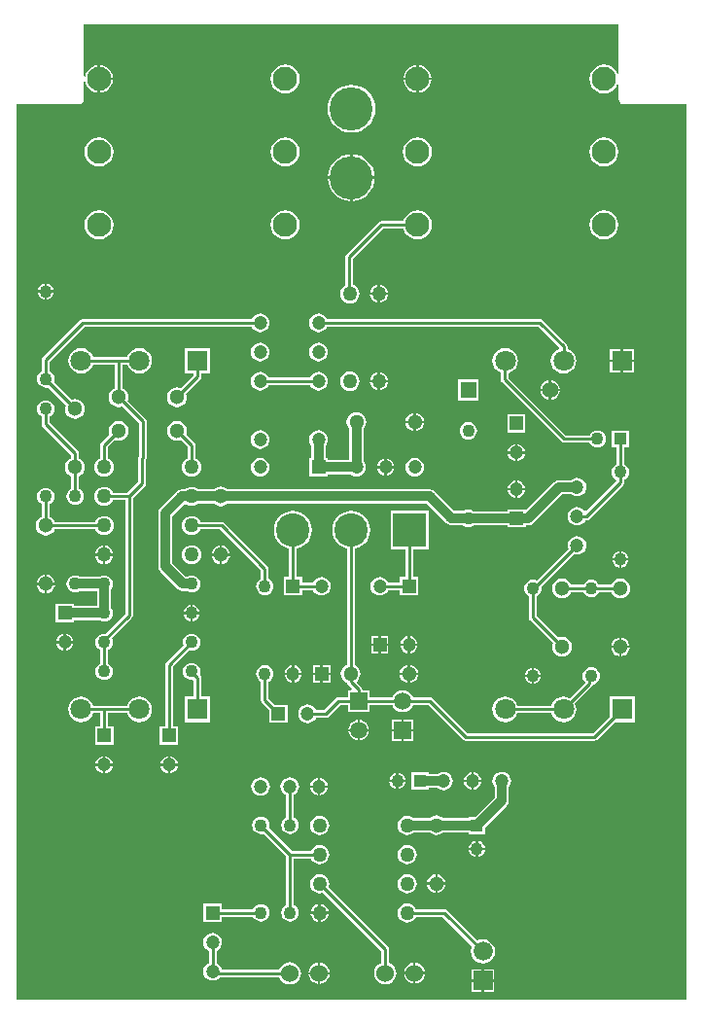
<source format=gbl>
G04*
G04 #@! TF.GenerationSoftware,Altium Limited,Altium Designer,19.0.9 (268)*
G04*
G04 Layer_Physical_Order=2*
G04 Layer_Color=16711680*
%FSLAX25Y25*%
%MOIN*%
G70*
G01*
G75*
%ADD12C,0.01000*%
%ADD41C,0.03200*%
%ADD42R,0.04724X0.04724*%
%ADD43C,0.04724*%
%ADD44C,0.04331*%
%ADD45R,0.04331X0.04331*%
%ADD46C,0.05118*%
%ADD47R,0.04724X0.04724*%
%ADD48C,0.11417*%
%ADD49R,0.11417X0.11417*%
%ADD50R,0.07087X0.07087*%
%ADD51C,0.07087*%
%ADD52C,0.14765*%
%ADD53C,0.08268*%
%ADD54C,0.05000*%
%ADD55R,0.05906X0.05906*%
%ADD56C,0.05906*%
%ADD57R,0.05512X0.05512*%
%ADD58C,0.05512*%
%ADD59C,0.06000*%
%ADD60C,0.06600*%
%ADD61R,0.06600X0.06600*%
%ADD62C,0.04725*%
%ADD63R,0.04331X0.04331*%
%ADD64C,0.03000*%
%ADD65C,0.01500*%
G36*
X207936Y318929D02*
X207436Y318829D01*
X207121Y319588D01*
X206330Y320619D01*
X205300Y321410D01*
X204099Y321907D01*
X202812Y322077D01*
X201523Y321907D01*
X200323Y321410D01*
X199293Y320619D01*
X198502Y319588D01*
X198004Y318388D01*
X197835Y317100D01*
X198004Y315812D01*
X198502Y314612D01*
X199293Y313581D01*
X200323Y312790D01*
X201523Y312293D01*
X202812Y312123D01*
X204099Y312293D01*
X205300Y312790D01*
X206330Y313581D01*
X207121Y314612D01*
X207436Y315370D01*
X207936Y315271D01*
Y310000D01*
X208052Y309415D01*
X208384Y308919D01*
X208880Y308587D01*
X209465Y308471D01*
X230971D01*
Y1529D01*
X1529D01*
Y308471D01*
X23000D01*
X23585Y308587D01*
X24081Y308919D01*
X24413Y309415D01*
X24529Y310000D01*
Y316177D01*
X25029Y316210D01*
X25075Y315864D01*
X25552Y314713D01*
X26311Y313724D01*
X27300Y312965D01*
X28451Y312488D01*
X29287Y312378D01*
Y317100D01*
Y321822D01*
X28451Y321712D01*
X27300Y321235D01*
X26311Y320476D01*
X25552Y319487D01*
X25075Y318336D01*
X25029Y317990D01*
X24529Y318023D01*
Y335971D01*
X207936D01*
Y318929D01*
D02*
G37*
%LPC*%
G36*
X139313Y321822D02*
Y317500D01*
X143636D01*
X143526Y318336D01*
X143049Y319487D01*
X142290Y320476D01*
X141301Y321235D01*
X140149Y321712D01*
X139313Y321822D01*
D02*
G37*
G36*
X30087D02*
Y317500D01*
X34409D01*
X34299Y318336D01*
X33822Y319487D01*
X33063Y320476D01*
X32074Y321235D01*
X30923Y321712D01*
X30087Y321822D01*
D02*
G37*
G36*
X138514D02*
X137678Y321712D01*
X136526Y321235D01*
X135537Y320476D01*
X134778Y319487D01*
X134301Y318336D01*
X134191Y317500D01*
X138514D01*
Y321822D01*
D02*
G37*
G36*
X34409Y316700D02*
X30087D01*
Y312378D01*
X30923Y312488D01*
X32074Y312965D01*
X33063Y313724D01*
X33822Y314713D01*
X34299Y315864D01*
X34409Y316700D01*
D02*
G37*
G36*
X143636D02*
X139313D01*
Y312378D01*
X140149Y312488D01*
X141301Y312965D01*
X142290Y313724D01*
X143049Y314713D01*
X143526Y315864D01*
X143636Y316700D01*
D02*
G37*
G36*
X138514D02*
X134191D01*
X134301Y315864D01*
X134778Y314713D01*
X135537Y313724D01*
X136526Y312965D01*
X137678Y312488D01*
X138514Y312378D01*
Y316700D01*
D02*
G37*
G36*
X93585Y322077D02*
X92297Y321907D01*
X91097Y321410D01*
X90066Y320619D01*
X89275Y319588D01*
X88778Y318388D01*
X88608Y317100D01*
X88778Y315812D01*
X89275Y314612D01*
X90066Y313581D01*
X91097Y312790D01*
X92297Y312293D01*
X93585Y312123D01*
X94873Y312293D01*
X96073Y312790D01*
X97104Y313581D01*
X97895Y314612D01*
X98392Y315812D01*
X98562Y317100D01*
X98392Y318388D01*
X97895Y319588D01*
X97104Y320619D01*
X96073Y321410D01*
X94873Y321907D01*
X93585Y322077D01*
D02*
G37*
G36*
X116250Y315122D02*
X114646Y314964D01*
X113104Y314496D01*
X111682Y313736D01*
X110436Y312714D01*
X109414Y311468D01*
X108654Y310046D01*
X108186Y308504D01*
X108028Y306900D01*
X108186Y305296D01*
X108654Y303754D01*
X109414Y302332D01*
X110436Y301086D01*
X111682Y300064D01*
X113104Y299304D01*
X114646Y298836D01*
X116250Y298678D01*
X117854Y298836D01*
X119396Y299304D01*
X120818Y300064D01*
X122064Y301086D01*
X123086Y302332D01*
X123846Y303754D01*
X124314Y305296D01*
X124472Y306900D01*
X124314Y308504D01*
X123846Y310046D01*
X123086Y311468D01*
X122064Y312714D01*
X120818Y313736D01*
X119396Y314496D01*
X117854Y314964D01*
X116250Y315122D01*
D02*
G37*
G36*
X202812Y297077D02*
X201523Y296907D01*
X200323Y296410D01*
X199293Y295619D01*
X198502Y294588D01*
X198004Y293388D01*
X197835Y292100D01*
X198004Y290812D01*
X198502Y289612D01*
X199293Y288581D01*
X200323Y287790D01*
X201523Y287293D01*
X202812Y287123D01*
X204099Y287293D01*
X205300Y287790D01*
X206330Y288581D01*
X207121Y289612D01*
X207618Y290812D01*
X207788Y292100D01*
X207618Y293388D01*
X207121Y294588D01*
X206330Y295619D01*
X205300Y296410D01*
X204099Y296907D01*
X202812Y297077D01*
D02*
G37*
G36*
X138914D02*
X137626Y296907D01*
X136425Y296410D01*
X135395Y295619D01*
X134604Y294588D01*
X134107Y293388D01*
X133937Y292100D01*
X134107Y290812D01*
X134604Y289612D01*
X135395Y288581D01*
X136425Y287790D01*
X137626Y287293D01*
X138914Y287123D01*
X140201Y287293D01*
X141402Y287790D01*
X142432Y288581D01*
X143223Y289612D01*
X143720Y290812D01*
X143890Y292100D01*
X143720Y293388D01*
X143223Y294588D01*
X142432Y295619D01*
X141402Y296410D01*
X140201Y296907D01*
X138914Y297077D01*
D02*
G37*
G36*
X93585D02*
X92297Y296907D01*
X91097Y296410D01*
X90066Y295619D01*
X89275Y294588D01*
X88778Y293388D01*
X88608Y292100D01*
X88778Y290812D01*
X89275Y289612D01*
X90066Y288581D01*
X91097Y287790D01*
X92297Y287293D01*
X93585Y287123D01*
X94873Y287293D01*
X96073Y287790D01*
X97104Y288581D01*
X97895Y289612D01*
X98392Y290812D01*
X98562Y292100D01*
X98392Y293388D01*
X97895Y294588D01*
X97104Y295619D01*
X96073Y296410D01*
X94873Y296907D01*
X93585Y297077D01*
D02*
G37*
G36*
X29687D02*
X28399Y296907D01*
X27199Y296410D01*
X26168Y295619D01*
X25377Y294588D01*
X24880Y293388D01*
X24710Y292100D01*
X24880Y290812D01*
X25377Y289612D01*
X26168Y288581D01*
X27199Y287790D01*
X28399Y287293D01*
X29687Y287123D01*
X30975Y287293D01*
X32175Y287790D01*
X33206Y288581D01*
X33997Y289612D01*
X34494Y290812D01*
X34664Y292100D01*
X34494Y293388D01*
X33997Y294588D01*
X33206Y295619D01*
X32175Y296410D01*
X30975Y296907D01*
X29687Y297077D01*
D02*
G37*
G36*
X116650Y291260D02*
Y283678D01*
X124232D01*
X124117Y284843D01*
X123660Y286347D01*
X122919Y287734D01*
X121922Y288950D01*
X120706Y289947D01*
X119319Y290688D01*
X117815Y291145D01*
X116650Y291260D01*
D02*
G37*
G36*
X115850D02*
X114685Y291145D01*
X113180Y290688D01*
X111794Y289947D01*
X110578Y288950D01*
X109581Y287734D01*
X108840Y286347D01*
X108383Y284843D01*
X108268Y283678D01*
X115850D01*
Y291260D01*
D02*
G37*
G36*
X124232Y282878D02*
X116650D01*
Y275296D01*
X117815Y275411D01*
X119319Y275868D01*
X120706Y276609D01*
X121922Y277606D01*
X122919Y278822D01*
X123660Y280209D01*
X124117Y281713D01*
X124232Y282878D01*
D02*
G37*
G36*
X115850D02*
X108268D01*
X108383Y281713D01*
X108840Y280209D01*
X109581Y278822D01*
X110578Y277606D01*
X111794Y276609D01*
X113180Y275868D01*
X114685Y275411D01*
X115850Y275296D01*
Y282878D01*
D02*
G37*
G36*
X202812Y272077D02*
X201523Y271907D01*
X200323Y271410D01*
X199293Y270619D01*
X198502Y269588D01*
X198004Y268388D01*
X197835Y267100D01*
X198004Y265812D01*
X198502Y264612D01*
X199293Y263581D01*
X200323Y262790D01*
X201523Y262293D01*
X202812Y262123D01*
X204099Y262293D01*
X205300Y262790D01*
X206330Y263581D01*
X207121Y264612D01*
X207618Y265812D01*
X207788Y267100D01*
X207618Y268388D01*
X207121Y269588D01*
X206330Y270619D01*
X205300Y271410D01*
X204099Y271907D01*
X202812Y272077D01*
D02*
G37*
G36*
X138914D02*
X137626Y271907D01*
X136425Y271410D01*
X135395Y270619D01*
X134604Y269588D01*
X134122Y268425D01*
X126600D01*
X126093Y268325D01*
X125663Y268037D01*
X114563Y256937D01*
X114275Y256507D01*
X114174Y256000D01*
Y246451D01*
X114010Y246382D01*
X113321Y245854D01*
X112792Y245164D01*
X112460Y244361D01*
X112346Y243500D01*
X112460Y242638D01*
X112792Y241836D01*
X113321Y241146D01*
X114010Y240617D01*
X114813Y240285D01*
X115674Y240172D01*
X116536Y240285D01*
X117339Y240617D01*
X118028Y241146D01*
X118557Y241836D01*
X118890Y242638D01*
X119003Y243500D01*
X118890Y244361D01*
X118557Y245164D01*
X118028Y245854D01*
X117339Y246382D01*
X116825Y246595D01*
Y255451D01*
X127149Y265774D01*
X134122D01*
X134604Y264612D01*
X135395Y263581D01*
X136425Y262790D01*
X137626Y262293D01*
X138914Y262123D01*
X140201Y262293D01*
X141402Y262790D01*
X142432Y263581D01*
X143223Y264612D01*
X143720Y265812D01*
X143890Y267100D01*
X143720Y268388D01*
X143223Y269588D01*
X142432Y270619D01*
X141402Y271410D01*
X140201Y271907D01*
X138914Y272077D01*
D02*
G37*
G36*
X93585D02*
X92297Y271907D01*
X91097Y271410D01*
X90066Y270619D01*
X89275Y269588D01*
X88778Y268388D01*
X88608Y267100D01*
X88778Y265812D01*
X89275Y264612D01*
X90066Y263581D01*
X91097Y262790D01*
X92297Y262293D01*
X93585Y262123D01*
X94873Y262293D01*
X96073Y262790D01*
X97104Y263581D01*
X97895Y264612D01*
X98392Y265812D01*
X98562Y267100D01*
X98392Y268388D01*
X97895Y269588D01*
X97104Y270619D01*
X96073Y271410D01*
X94873Y271907D01*
X93585Y272077D01*
D02*
G37*
G36*
X29687D02*
X28399Y271907D01*
X27199Y271410D01*
X26168Y270619D01*
X25377Y269588D01*
X24880Y268388D01*
X24710Y267100D01*
X24880Y265812D01*
X25377Y264612D01*
X26168Y263581D01*
X27199Y262790D01*
X28399Y262293D01*
X29687Y262123D01*
X30975Y262293D01*
X32175Y262790D01*
X33206Y263581D01*
X33997Y264612D01*
X34494Y265812D01*
X34664Y267100D01*
X34494Y268388D01*
X33997Y269588D01*
X33206Y270619D01*
X32175Y271410D01*
X30975Y271907D01*
X29687Y272077D01*
D02*
G37*
G36*
X11900Y247037D02*
Y244700D01*
X14237D01*
X14194Y245022D01*
X13916Y245695D01*
X13472Y246272D01*
X12895Y246716D01*
X12222Y246994D01*
X11900Y247037D01*
D02*
G37*
G36*
X11100D02*
X10778Y246994D01*
X10105Y246716D01*
X9528Y246272D01*
X9084Y245695D01*
X8806Y245022D01*
X8763Y244700D01*
X11100D01*
Y247037D01*
D02*
G37*
G36*
X126075Y246574D02*
Y243900D01*
X128749D01*
X128695Y244309D01*
X128382Y245063D01*
X127885Y245711D01*
X127238Y246208D01*
X126484Y246520D01*
X126075Y246574D01*
D02*
G37*
G36*
X125275D02*
X124865Y246520D01*
X124111Y246208D01*
X123464Y245711D01*
X122967Y245063D01*
X122654Y244309D01*
X122600Y243900D01*
X125275D01*
Y246574D01*
D02*
G37*
G36*
X14237Y243900D02*
X11900D01*
Y241563D01*
X12222Y241606D01*
X12895Y241884D01*
X13472Y242328D01*
X13916Y242905D01*
X14194Y243578D01*
X14237Y243900D01*
D02*
G37*
G36*
X11100D02*
X8763D01*
X8806Y243578D01*
X9084Y242905D01*
X9528Y242328D01*
X10105Y241884D01*
X10778Y241606D01*
X11100Y241563D01*
Y243900D01*
D02*
G37*
G36*
X128749Y243100D02*
X126075D01*
Y240426D01*
X126484Y240480D01*
X127238Y240792D01*
X127885Y241289D01*
X128382Y241937D01*
X128695Y242691D01*
X128749Y243100D01*
D02*
G37*
G36*
X125275D02*
X122600D01*
X122654Y242691D01*
X122967Y241937D01*
X123464Y241289D01*
X124111Y240792D01*
X124865Y240480D01*
X125275Y240426D01*
Y243100D01*
D02*
G37*
G36*
X85000Y236690D02*
X84174Y236581D01*
X83405Y236262D01*
X82744Y235755D01*
X82238Y235095D01*
X82126Y234825D01*
X24262D01*
X23755Y234725D01*
X23325Y234437D01*
X10563Y221675D01*
X10275Y221245D01*
X10175Y220738D01*
Y216961D01*
X10005Y216890D01*
X9385Y216415D01*
X8910Y215795D01*
X8611Y215074D01*
X8509Y214300D01*
X8611Y213526D01*
X8910Y212805D01*
X9385Y212185D01*
X10005Y211710D01*
X10726Y211411D01*
X11500Y211309D01*
X12267Y211410D01*
X18431Y205245D01*
X18279Y204877D01*
X18163Y204000D01*
X18279Y203123D01*
X18617Y202306D01*
X19155Y201604D01*
X19857Y201066D01*
X20674Y200728D01*
X21551Y200612D01*
X22428Y200728D01*
X23245Y201066D01*
X23947Y201604D01*
X24485Y202306D01*
X24824Y203123D01*
X24939Y204000D01*
X24824Y204877D01*
X24485Y205694D01*
X23947Y206396D01*
X23245Y206934D01*
X22428Y207273D01*
X21551Y207388D01*
X20674Y207273D01*
X20306Y207120D01*
X14246Y213180D01*
X14389Y213526D01*
X14491Y214300D01*
X14389Y215074D01*
X14090Y215795D01*
X13615Y216415D01*
X12995Y216890D01*
X12825Y216961D01*
Y220188D01*
X24812Y232174D01*
X82126D01*
X82238Y231905D01*
X82744Y231244D01*
X83405Y230738D01*
X84174Y230419D01*
X85000Y230310D01*
X85826Y230419D01*
X86595Y230738D01*
X87256Y231244D01*
X87762Y231905D01*
X88081Y232674D01*
X88190Y233500D01*
X88081Y234326D01*
X87762Y235095D01*
X87256Y235755D01*
X86595Y236262D01*
X85826Y236581D01*
X85000Y236690D01*
D02*
G37*
G36*
X43525Y224906D02*
X42392Y224757D01*
X41335Y224320D01*
X40428Y223623D01*
X39731Y222716D01*
X39373Y221851D01*
X27678D01*
X27319Y222716D01*
X26623Y223623D01*
X25716Y224320D01*
X24659Y224757D01*
X23526Y224906D01*
X22392Y224757D01*
X21335Y224320D01*
X20428Y223623D01*
X19732Y222716D01*
X19294Y221659D01*
X19144Y220526D01*
X19294Y219392D01*
X19732Y218335D01*
X20428Y217428D01*
X21335Y216732D01*
X22392Y216294D01*
X23526Y216144D01*
X24659Y216294D01*
X25716Y216732D01*
X26623Y217428D01*
X27319Y218335D01*
X27678Y219200D01*
X35175D01*
Y211087D01*
X34806Y210934D01*
X34104Y210396D01*
X33566Y209694D01*
X33228Y208877D01*
X33112Y208000D01*
X33228Y207123D01*
X33566Y206306D01*
X34104Y205604D01*
X34806Y205066D01*
X35623Y204728D01*
X36500Y204612D01*
X37377Y204728D01*
X37745Y204880D01*
X43334Y199292D01*
Y187595D01*
X43275Y187507D01*
X43174Y187000D01*
Y179049D01*
X39451Y175326D01*
X34523D01*
X34383Y175664D01*
X33854Y176354D01*
X33164Y176883D01*
X32362Y177215D01*
X31500Y177329D01*
X30639Y177215D01*
X29836Y176883D01*
X29146Y176354D01*
X28618Y175664D01*
X28285Y174862D01*
X28172Y174000D01*
X28285Y173138D01*
X28618Y172336D01*
X29146Y171646D01*
X29836Y171117D01*
X30639Y170785D01*
X31500Y170671D01*
X32362Y170785D01*
X33164Y171117D01*
X33854Y171646D01*
X34383Y172336D01*
X34523Y172675D01*
X38675D01*
Y133775D01*
X31845Y126946D01*
X31500Y126991D01*
X30726Y126889D01*
X30005Y126590D01*
X29385Y126115D01*
X28910Y125496D01*
X28611Y124774D01*
X28509Y124000D01*
X28611Y123226D01*
X28910Y122504D01*
X29385Y121885D01*
X30005Y121410D01*
X30174Y121339D01*
Y116661D01*
X30005Y116590D01*
X29385Y116115D01*
X28910Y115496D01*
X28611Y114774D01*
X28509Y114000D01*
X28611Y113226D01*
X28910Y112504D01*
X29385Y111885D01*
X30005Y111410D01*
X30726Y111111D01*
X31500Y111009D01*
X32274Y111111D01*
X32996Y111410D01*
X33615Y111885D01*
X34090Y112504D01*
X34389Y113226D01*
X34491Y114000D01*
X34389Y114774D01*
X34090Y115496D01*
X33615Y116115D01*
X32996Y116590D01*
X32825Y116661D01*
Y121339D01*
X32996Y121410D01*
X33615Y121885D01*
X34090Y122504D01*
X34389Y123226D01*
X34491Y124000D01*
X34389Y124774D01*
X34106Y125458D01*
X40937Y132289D01*
X41225Y132719D01*
X41326Y133226D01*
Y173451D01*
X45437Y177563D01*
X45725Y177993D01*
X45825Y178500D01*
Y186565D01*
X45884Y186652D01*
X45985Y187159D01*
Y199841D01*
X45884Y200348D01*
X45597Y200778D01*
X39620Y206755D01*
X39772Y207123D01*
X39888Y208000D01*
X39772Y208877D01*
X39434Y209694D01*
X38896Y210396D01*
X38194Y210934D01*
X37826Y211087D01*
Y219200D01*
X39373D01*
X39731Y218335D01*
X40428Y217428D01*
X41335Y216732D01*
X42392Y216294D01*
X43525Y216144D01*
X44659Y216294D01*
X45716Y216732D01*
X46623Y217428D01*
X47319Y218335D01*
X47757Y219392D01*
X47907Y220526D01*
X47757Y221659D01*
X47319Y222716D01*
X46623Y223623D01*
X45716Y224320D01*
X44659Y224757D01*
X43525Y224906D01*
D02*
G37*
G36*
X213143Y224643D02*
X209400D01*
Y220900D01*
X213143D01*
Y224643D01*
D02*
G37*
G36*
X208600D02*
X204856D01*
Y220900D01*
X208600D01*
Y224643D01*
D02*
G37*
G36*
X105000Y226690D02*
X104174Y226581D01*
X103405Y226262D01*
X102744Y225756D01*
X102238Y225095D01*
X101919Y224326D01*
X101810Y223500D01*
X101919Y222674D01*
X102238Y221905D01*
X102744Y221245D01*
X103405Y220738D01*
X104174Y220419D01*
X105000Y220310D01*
X105826Y220419D01*
X106595Y220738D01*
X107255Y221245D01*
X107762Y221905D01*
X108081Y222674D01*
X108190Y223500D01*
X108081Y224326D01*
X107762Y225095D01*
X107255Y225756D01*
X106595Y226262D01*
X105826Y226581D01*
X105000Y226690D01*
D02*
G37*
G36*
X85000D02*
X84174Y226581D01*
X83405Y226262D01*
X82744Y225756D01*
X82238Y225095D01*
X81919Y224326D01*
X81810Y223500D01*
X81919Y222674D01*
X82238Y221905D01*
X82744Y221245D01*
X83405Y220738D01*
X84174Y220419D01*
X85000Y220310D01*
X85826Y220419D01*
X86595Y220738D01*
X87256Y221245D01*
X87762Y221905D01*
X88081Y222674D01*
X88190Y223500D01*
X88081Y224326D01*
X87762Y225095D01*
X87256Y225756D01*
X86595Y226262D01*
X85826Y226581D01*
X85000Y226690D01*
D02*
G37*
G36*
X213143Y220100D02*
X209400D01*
Y216356D01*
X213143D01*
Y220100D01*
D02*
G37*
G36*
X208600D02*
X204856D01*
Y216356D01*
X208600D01*
Y220100D01*
D02*
G37*
G36*
X105000Y236690D02*
X104174Y236581D01*
X103405Y236262D01*
X102744Y235755D01*
X102238Y235095D01*
X101919Y234326D01*
X101810Y233500D01*
X101919Y232674D01*
X102238Y231905D01*
X102744Y231244D01*
X103405Y230738D01*
X104174Y230419D01*
X105000Y230310D01*
X105826Y230419D01*
X106595Y230738D01*
X107255Y231244D01*
X107762Y231905D01*
X107874Y232174D01*
X180377D01*
X187451Y225101D01*
X187342Y224515D01*
X186810Y224294D01*
X185902Y223598D01*
X185206Y222691D01*
X184768Y221634D01*
X184619Y220500D01*
X184768Y219366D01*
X185206Y218309D01*
X185902Y217402D01*
X186810Y216706D01*
X187866Y216268D01*
X189000Y216119D01*
X190134Y216268D01*
X191191Y216706D01*
X192098Y217402D01*
X192794Y218309D01*
X193232Y219366D01*
X193381Y220500D01*
X193232Y221634D01*
X192794Y222691D01*
X192098Y223598D01*
X191191Y224294D01*
X190325Y224652D01*
Y225426D01*
X190225Y225933D01*
X189937Y226363D01*
X181863Y234437D01*
X181433Y234725D01*
X180926Y234825D01*
X107874D01*
X107762Y235095D01*
X107255Y235755D01*
X106595Y236262D01*
X105826Y236581D01*
X105000Y236690D01*
D02*
G37*
G36*
Y216690D02*
X104174Y216581D01*
X103405Y216262D01*
X102744Y215756D01*
X102238Y215095D01*
X102126Y214826D01*
X87874D01*
X87762Y215095D01*
X87256Y215756D01*
X86595Y216262D01*
X85826Y216581D01*
X85000Y216690D01*
X84174Y216581D01*
X83405Y216262D01*
X82744Y215756D01*
X82238Y215095D01*
X81919Y214326D01*
X81810Y213500D01*
X81919Y212674D01*
X82238Y211905D01*
X82744Y211245D01*
X83405Y210738D01*
X84174Y210419D01*
X85000Y210310D01*
X85826Y210419D01*
X86595Y210738D01*
X87256Y211245D01*
X87762Y211905D01*
X87874Y212175D01*
X102126D01*
X102238Y211905D01*
X102744Y211245D01*
X103405Y210738D01*
X104174Y210419D01*
X105000Y210310D01*
X105826Y210419D01*
X106595Y210738D01*
X107255Y211245D01*
X107762Y211905D01*
X108081Y212674D01*
X108190Y213500D01*
X108081Y214326D01*
X107762Y215095D01*
X107255Y215756D01*
X106595Y216262D01*
X105826Y216581D01*
X105000Y216690D01*
D02*
G37*
G36*
X126075Y216574D02*
Y213900D01*
X128749D01*
X128695Y214309D01*
X128382Y215063D01*
X127885Y215711D01*
X127238Y216208D01*
X126484Y216520D01*
X126075Y216574D01*
D02*
G37*
G36*
X125275D02*
X124865Y216520D01*
X124111Y216208D01*
X123464Y215711D01*
X122967Y215063D01*
X122654Y214309D01*
X122600Y213900D01*
X125275D01*
Y216574D01*
D02*
G37*
G36*
X67869Y224869D02*
X59182D01*
Y216182D01*
X62200D01*
Y215575D01*
X57745Y211120D01*
X57377Y211273D01*
X56500Y211388D01*
X55623Y211273D01*
X54806Y210934D01*
X54104Y210396D01*
X53566Y209694D01*
X53228Y208877D01*
X53112Y208000D01*
X53228Y207123D01*
X53566Y206306D01*
X54104Y205604D01*
X54806Y205066D01*
X55623Y204728D01*
X56500Y204612D01*
X57377Y204728D01*
X58194Y205066D01*
X58896Y205604D01*
X59434Y206306D01*
X59772Y207123D01*
X59888Y208000D01*
X59772Y208877D01*
X59620Y209245D01*
X64463Y214088D01*
X64750Y214518D01*
X64851Y215025D01*
Y216182D01*
X67869D01*
Y224869D01*
D02*
G37*
G36*
X184734Y213832D02*
Y210900D01*
X187666D01*
X187603Y211376D01*
X187265Y212193D01*
X186727Y212894D01*
X186026Y213432D01*
X185210Y213770D01*
X184734Y213832D01*
D02*
G37*
G36*
X183934D02*
X183458Y213770D01*
X182641Y213432D01*
X181940Y212894D01*
X181402Y212193D01*
X181064Y211376D01*
X181002Y210900D01*
X183934D01*
Y213832D01*
D02*
G37*
G36*
X128749Y213100D02*
X126075D01*
Y210426D01*
X126484Y210480D01*
X127238Y210792D01*
X127885Y211289D01*
X128382Y211937D01*
X128695Y212691D01*
X128749Y213100D01*
D02*
G37*
G36*
X125275D02*
X122600D01*
X122654Y212691D01*
X122967Y211937D01*
X123464Y211289D01*
X124111Y210792D01*
X124865Y210480D01*
X125275Y210426D01*
Y213100D01*
D02*
G37*
G36*
X115674Y216828D02*
X114813Y216715D01*
X114010Y216383D01*
X113321Y215854D01*
X112792Y215164D01*
X112460Y214362D01*
X112346Y213500D01*
X112460Y212638D01*
X112792Y211836D01*
X113321Y211146D01*
X114010Y210617D01*
X114813Y210285D01*
X115674Y210172D01*
X116536Y210285D01*
X117339Y210617D01*
X118028Y211146D01*
X118557Y211836D01*
X118890Y212638D01*
X119003Y213500D01*
X118890Y214362D01*
X118557Y215164D01*
X118028Y215854D01*
X117339Y216383D01*
X116536Y216715D01*
X115674Y216828D01*
D02*
G37*
G36*
X187666Y210100D02*
X184734D01*
Y207168D01*
X185210Y207230D01*
X186026Y207569D01*
X186727Y208106D01*
X187265Y208807D01*
X187603Y209624D01*
X187666Y210100D01*
D02*
G37*
G36*
X183934D02*
X181002D01*
X181064Y209624D01*
X181402Y208807D01*
X181940Y208106D01*
X182641Y207569D01*
X183458Y207230D01*
X183934Y207168D01*
Y210100D01*
D02*
G37*
G36*
X159890Y214056D02*
X152778D01*
Y206944D01*
X159890D01*
Y214056D01*
D02*
G37*
G36*
X138400Y202643D02*
Y199910D01*
X141134D01*
X141078Y200334D01*
X140759Y201103D01*
X140253Y201763D01*
X139593Y202269D01*
X138825Y202588D01*
X138400Y202643D01*
D02*
G37*
G36*
X137600D02*
X137175Y202588D01*
X136407Y202269D01*
X135747Y201763D01*
X135241Y201103D01*
X134922Y200334D01*
X134866Y199910D01*
X137600D01*
Y202643D01*
D02*
G37*
G36*
X141134Y199110D02*
X138400D01*
Y196376D01*
X138825Y196432D01*
X139593Y196750D01*
X140253Y197257D01*
X140759Y197917D01*
X141078Y198685D01*
X141134Y199110D01*
D02*
G37*
G36*
X137600D02*
X134866D01*
X134922Y198685D01*
X135241Y197917D01*
X135747Y197257D01*
X136407Y196750D01*
X137175Y196432D01*
X137600Y196376D01*
Y199110D01*
D02*
G37*
G36*
X175956Y202162D02*
X169632D01*
Y195838D01*
X175956D01*
Y202162D01*
D02*
G37*
G36*
X156302Y199491D02*
X155528Y199389D01*
X154806Y199090D01*
X154187Y198615D01*
X153712Y197996D01*
X153413Y197274D01*
X153311Y196500D01*
X153413Y195726D01*
X153712Y195004D01*
X154187Y194385D01*
X154806Y193910D01*
X155528Y193611D01*
X156302Y193509D01*
X157076Y193611D01*
X157798Y193910D01*
X158417Y194385D01*
X158892Y195004D01*
X159191Y195726D01*
X159293Y196500D01*
X159191Y197274D01*
X158892Y197996D01*
X158417Y198615D01*
X157798Y199090D01*
X157076Y199389D01*
X156302Y199491D01*
D02*
G37*
G36*
X36500Y199888D02*
X35623Y199773D01*
X34806Y199434D01*
X34104Y198896D01*
X33566Y198194D01*
X33228Y197377D01*
X33112Y196500D01*
X33228Y195623D01*
X33380Y195255D01*
X30563Y192437D01*
X30275Y192007D01*
X30174Y191500D01*
Y187023D01*
X29836Y186882D01*
X29146Y186354D01*
X28618Y185664D01*
X28285Y184862D01*
X28172Y184000D01*
X28285Y183139D01*
X28618Y182336D01*
X29146Y181646D01*
X29836Y181117D01*
X30639Y180785D01*
X31500Y180672D01*
X32362Y180785D01*
X33164Y181117D01*
X33854Y181646D01*
X34383Y182336D01*
X34715Y183139D01*
X34828Y184000D01*
X34715Y184862D01*
X34383Y185664D01*
X33854Y186354D01*
X33164Y186882D01*
X32825Y187023D01*
Y190951D01*
X35255Y193380D01*
X35623Y193228D01*
X36500Y193112D01*
X37377Y193228D01*
X38194Y193566D01*
X38896Y194104D01*
X39434Y194806D01*
X39772Y195623D01*
X39888Y196500D01*
X39772Y197377D01*
X39434Y198194D01*
X38896Y198896D01*
X38194Y199434D01*
X37377Y199773D01*
X36500Y199888D01*
D02*
G37*
G36*
X169000Y224881D02*
X167866Y224732D01*
X166809Y224294D01*
X165902Y223598D01*
X165206Y222691D01*
X164768Y221634D01*
X164619Y220500D01*
X164768Y219366D01*
X165206Y218309D01*
X165902Y217402D01*
X166809Y216706D01*
X167474Y216430D01*
Y214100D01*
X167575Y213593D01*
X167863Y213163D01*
X188293Y192732D01*
X188723Y192445D01*
X189230Y192344D01*
X197939D01*
X198010Y192174D01*
X198485Y191555D01*
X199104Y191079D01*
X199826Y190780D01*
X200600Y190679D01*
X201374Y190780D01*
X202096Y191079D01*
X202715Y191555D01*
X203190Y192174D01*
X203489Y192896D01*
X203591Y193670D01*
X203489Y194444D01*
X203190Y195165D01*
X202715Y195785D01*
X202096Y196260D01*
X201374Y196559D01*
X200600Y196661D01*
X199826Y196559D01*
X199104Y196260D01*
X198485Y195785D01*
X198010Y195165D01*
X197939Y194995D01*
X189779D01*
X170125Y214649D01*
Y216267D01*
X170134Y216268D01*
X171191Y216706D01*
X172098Y217402D01*
X172794Y218309D01*
X173232Y219366D01*
X173381Y220500D01*
X173232Y221634D01*
X172794Y222691D01*
X172098Y223598D01*
X171191Y224294D01*
X170134Y224732D01*
X169000Y224881D01*
D02*
G37*
G36*
X85000Y196690D02*
X84174Y196581D01*
X83405Y196262D01*
X82744Y195756D01*
X82238Y195095D01*
X81919Y194326D01*
X81810Y193500D01*
X81919Y192674D01*
X82238Y191905D01*
X82744Y191244D01*
X83405Y190738D01*
X84174Y190419D01*
X85000Y190310D01*
X85826Y190419D01*
X86595Y190738D01*
X87256Y191244D01*
X87762Y191905D01*
X88081Y192674D01*
X88190Y193500D01*
X88081Y194326D01*
X87762Y195095D01*
X87256Y195756D01*
X86595Y196262D01*
X85826Y196581D01*
X85000Y196690D01*
D02*
G37*
G36*
X173194Y191935D02*
Y189400D01*
X175729D01*
X175680Y189773D01*
X175381Y190494D01*
X174907Y191112D01*
X174288Y191587D01*
X173567Y191886D01*
X173194Y191935D01*
D02*
G37*
G36*
X172394D02*
X172021Y191886D01*
X171300Y191587D01*
X170682Y191112D01*
X170207Y190494D01*
X169908Y189773D01*
X169859Y189400D01*
X172394D01*
Y191935D01*
D02*
G37*
G36*
X118000Y202898D02*
X117123Y202782D01*
X116306Y202444D01*
X115604Y201905D01*
X115066Y201204D01*
X114727Y200387D01*
X114612Y199510D01*
X114727Y198633D01*
X115066Y197816D01*
X115553Y197181D01*
Y186447D01*
X108162D01*
Y187162D01*
X107447D01*
Y191494D01*
X107762Y191905D01*
X108081Y192674D01*
X108190Y193500D01*
X108081Y194326D01*
X107762Y195095D01*
X107255Y195756D01*
X106595Y196262D01*
X105826Y196581D01*
X105000Y196690D01*
X104174Y196581D01*
X103405Y196262D01*
X102744Y195756D01*
X102238Y195095D01*
X101919Y194326D01*
X101810Y193500D01*
X101919Y192674D01*
X102238Y191905D01*
X102553Y191494D01*
Y187162D01*
X101838D01*
Y180838D01*
X108162D01*
Y181553D01*
X115995D01*
X116405Y181238D01*
X117174Y180919D01*
X118000Y180811D01*
X118825Y180919D01*
X119595Y181238D01*
X120255Y181745D01*
X120762Y182405D01*
X121081Y183175D01*
X121189Y184000D01*
X121081Y184826D01*
X120762Y185595D01*
X120447Y186005D01*
Y197181D01*
X120934Y197816D01*
X121273Y198633D01*
X121388Y199510D01*
X121273Y200387D01*
X120934Y201204D01*
X120396Y201905D01*
X119694Y202444D01*
X118877Y202782D01*
X118000Y202898D01*
D02*
G37*
G36*
X175729Y188600D02*
X173194D01*
Y186065D01*
X173567Y186114D01*
X174288Y186413D01*
X174907Y186888D01*
X175381Y187506D01*
X175680Y188227D01*
X175729Y188600D01*
D02*
G37*
G36*
X172394D02*
X169859D01*
X169908Y188227D01*
X170207Y187506D01*
X170682Y186888D01*
X171300Y186413D01*
X172021Y186114D01*
X172394Y186065D01*
Y188600D01*
D02*
G37*
G36*
X128400Y186935D02*
Y184400D01*
X130935D01*
X130886Y184773D01*
X130587Y185494D01*
X130113Y186112D01*
X129494Y186587D01*
X128773Y186886D01*
X128400Y186935D01*
D02*
G37*
G36*
X127600D02*
X127227Y186886D01*
X126506Y186587D01*
X125888Y186112D01*
X125413Y185494D01*
X125114Y184773D01*
X125065Y184400D01*
X127600D01*
Y186935D01*
D02*
G37*
G36*
X130935Y183600D02*
X128400D01*
Y181065D01*
X128773Y181114D01*
X129494Y181413D01*
X130113Y181887D01*
X130587Y182506D01*
X130886Y183227D01*
X130935Y183600D01*
D02*
G37*
G36*
X127600D02*
X125065D01*
X125114Y183227D01*
X125413Y182506D01*
X125888Y181887D01*
X126506Y181413D01*
X127227Y181114D01*
X127600Y181065D01*
Y183600D01*
D02*
G37*
G36*
X138000Y187189D02*
X137174Y187081D01*
X136405Y186762D01*
X135745Y186255D01*
X135238Y185595D01*
X134919Y184826D01*
X134811Y184000D01*
X134919Y183175D01*
X135238Y182405D01*
X135745Y181745D01*
X136405Y181238D01*
X137174Y180919D01*
X138000Y180811D01*
X138826Y180919D01*
X139595Y181238D01*
X140255Y181745D01*
X140762Y182405D01*
X141081Y183175D01*
X141189Y184000D01*
X141081Y184826D01*
X140762Y185595D01*
X140255Y186255D01*
X139595Y186762D01*
X138826Y187081D01*
X138000Y187189D01*
D02*
G37*
G36*
X85000D02*
X84175Y187081D01*
X83405Y186762D01*
X82745Y186255D01*
X82238Y185595D01*
X81919Y184826D01*
X81811Y184000D01*
X81919Y183175D01*
X82238Y182405D01*
X82745Y181745D01*
X83405Y181238D01*
X84175Y180919D01*
X85000Y180811D01*
X85826Y180919D01*
X86595Y181238D01*
X87255Y181745D01*
X87762Y182405D01*
X88081Y183175D01*
X88189Y184000D01*
X88081Y184826D01*
X87762Y185595D01*
X87255Y186255D01*
X86595Y186762D01*
X85826Y187081D01*
X85000Y187189D01*
D02*
G37*
G36*
X56500Y199888D02*
X55623Y199773D01*
X54806Y199434D01*
X54104Y198896D01*
X53566Y198194D01*
X53228Y197377D01*
X53112Y196500D01*
X53228Y195623D01*
X53566Y194806D01*
X54104Y194104D01*
X54806Y193566D01*
X55623Y193228D01*
X56500Y193112D01*
X57377Y193228D01*
X57745Y193380D01*
X60175Y190951D01*
Y187023D01*
X59836Y186882D01*
X59146Y186354D01*
X58617Y185664D01*
X58285Y184862D01*
X58171Y184000D01*
X58285Y183139D01*
X58617Y182336D01*
X59146Y181646D01*
X59836Y181117D01*
X60638Y180785D01*
X61500Y180672D01*
X62362Y180785D01*
X63164Y181117D01*
X63854Y181646D01*
X64383Y182336D01*
X64715Y183139D01*
X64828Y184000D01*
X64715Y184862D01*
X64383Y185664D01*
X63854Y186354D01*
X63164Y186882D01*
X62826Y187023D01*
Y191500D01*
X62725Y192007D01*
X62437Y192437D01*
X59620Y195255D01*
X59772Y195623D01*
X59888Y196500D01*
X59772Y197377D01*
X59434Y198194D01*
X58896Y198896D01*
X58194Y199434D01*
X57377Y199773D01*
X56500Y199888D01*
D02*
G37*
G36*
X173202Y179435D02*
Y176900D01*
X175737D01*
X175688Y177273D01*
X175389Y177994D01*
X174915Y178612D01*
X174296Y179087D01*
X173575Y179386D01*
X173202Y179435D01*
D02*
G37*
G36*
X172402D02*
X172029Y179386D01*
X171308Y179087D01*
X170689Y178612D01*
X170215Y177994D01*
X169916Y177273D01*
X169867Y176900D01*
X172402D01*
Y179435D01*
D02*
G37*
G36*
X175737Y176100D02*
X173202D01*
Y173565D01*
X173575Y173614D01*
X174296Y173913D01*
X174915Y174388D01*
X175389Y175006D01*
X175688Y175727D01*
X175737Y176100D01*
D02*
G37*
G36*
X172402D02*
X169867D01*
X169916Y175727D01*
X170215Y175006D01*
X170689Y174388D01*
X171308Y173913D01*
X172029Y173614D01*
X172402Y173565D01*
Y176100D01*
D02*
G37*
G36*
X11500Y206991D02*
X10726Y206889D01*
X10005Y206590D01*
X9385Y206115D01*
X8910Y205496D01*
X8611Y204774D01*
X8509Y204000D01*
X8611Y203226D01*
X8910Y202504D01*
X9385Y201885D01*
X10005Y201410D01*
X10175Y201339D01*
Y198835D01*
X10275Y198328D01*
X10563Y197898D01*
X20225Y188235D01*
Y187087D01*
X19857Y186934D01*
X19155Y186396D01*
X18617Y185694D01*
X18279Y184877D01*
X18163Y184000D01*
X18279Y183123D01*
X18617Y182306D01*
X19155Y181604D01*
X19857Y181066D01*
X20225Y180913D01*
Y176661D01*
X20055Y176590D01*
X19436Y176115D01*
X18961Y175496D01*
X18662Y174774D01*
X18560Y174000D01*
X18662Y173226D01*
X18961Y172504D01*
X19436Y171885D01*
X20055Y171410D01*
X20777Y171111D01*
X21551Y171009D01*
X22325Y171111D01*
X23046Y171410D01*
X23666Y171885D01*
X24141Y172504D01*
X24440Y173226D01*
X24542Y174000D01*
X24440Y174774D01*
X24141Y175496D01*
X23666Y176115D01*
X23046Y176590D01*
X22876Y176661D01*
Y180913D01*
X23245Y181066D01*
X23947Y181604D01*
X24485Y182306D01*
X24824Y183123D01*
X24939Y184000D01*
X24824Y184877D01*
X24485Y185694D01*
X23947Y186396D01*
X23245Y186934D01*
X22876Y187087D01*
Y188784D01*
X22776Y189291D01*
X22488Y189721D01*
X12825Y199384D01*
Y201339D01*
X12995Y201410D01*
X13615Y201885D01*
X14090Y202504D01*
X14389Y203226D01*
X14491Y204000D01*
X14389Y204774D01*
X14090Y205496D01*
X13615Y206115D01*
X12995Y206590D01*
X12274Y206889D01*
X11500Y206991D01*
D02*
G37*
G36*
X193600Y180400D02*
X192774Y180291D01*
X192005Y179973D01*
X191595Y179658D01*
X187411D01*
X186474Y179472D01*
X185680Y178941D01*
X176273Y169534D01*
X175964Y169662D01*
Y169662D01*
X169640D01*
Y168947D01*
X157984D01*
X157798Y169090D01*
X157076Y169389D01*
X156302Y169491D01*
X155528Y169389D01*
X154806Y169090D01*
X154782Y169071D01*
X151461D01*
X144802Y175730D01*
X144008Y176261D01*
X143071Y176447D01*
X73829D01*
X73194Y176934D01*
X72377Y177272D01*
X71500Y177388D01*
X70623Y177272D01*
X69806Y176934D01*
X69171Y176447D01*
X63732D01*
X63164Y176883D01*
X62362Y177215D01*
X61500Y177329D01*
X60638Y177215D01*
X59836Y176883D01*
X59268Y176447D01*
X58171D01*
X57235Y176261D01*
X56441Y175730D01*
X50770Y170059D01*
X50239Y169265D01*
X50053Y168328D01*
Y150009D01*
X50239Y149073D01*
X50770Y148279D01*
X56779Y142270D01*
X57573Y141739D01*
X58509Y141553D01*
X59818D01*
X60005Y141410D01*
X60726Y141111D01*
X61500Y141009D01*
X62274Y141111D01*
X62995Y141410D01*
X63615Y141885D01*
X64090Y142505D01*
X64389Y143226D01*
X64491Y144000D01*
X64389Y144774D01*
X64090Y145495D01*
X63615Y146115D01*
X62995Y146590D01*
X62274Y146889D01*
X61500Y146991D01*
X60726Y146889D01*
X60005Y146590D01*
X59818Y146447D01*
X59522D01*
X54947Y151023D01*
Y167315D01*
X59185Y171553D01*
X59268D01*
X59836Y171117D01*
X60638Y170785D01*
X61500Y170671D01*
X62362Y170785D01*
X63164Y171117D01*
X63732Y171553D01*
X69171D01*
X69806Y171066D01*
X70623Y170728D01*
X71500Y170612D01*
X72377Y170728D01*
X73194Y171066D01*
X73829Y171553D01*
X142058D01*
X148717Y164894D01*
X149511Y164364D01*
X150447Y164177D01*
X154457D01*
X154806Y163910D01*
X155528Y163611D01*
X156302Y163509D01*
X157076Y163611D01*
X157798Y163910D01*
X157984Y164053D01*
X169640D01*
Y163338D01*
X175964D01*
Y164053D01*
X176700D01*
X177636Y164239D01*
X178430Y164770D01*
X188424Y174764D01*
X191595D01*
X192005Y174449D01*
X192774Y174130D01*
X193600Y174021D01*
X194425Y174130D01*
X195195Y174449D01*
X195855Y174956D01*
X196362Y175616D01*
X196681Y176385D01*
X196789Y177211D01*
X196681Y178036D01*
X196362Y178805D01*
X195855Y179466D01*
X195195Y179973D01*
X194425Y180291D01*
X193600Y180400D01*
D02*
G37*
G36*
X211445Y196635D02*
X205515D01*
Y190704D01*
X207174D01*
Y185061D01*
X207004Y184990D01*
X206385Y184515D01*
X205910Y183896D01*
X205611Y183174D01*
X205509Y182400D01*
X205611Y181626D01*
X205910Y180904D01*
X206385Y180285D01*
X206928Y179868D01*
X206992Y179522D01*
X206982Y179278D01*
X196770Y169066D01*
X196119Y169122D01*
X195855Y169466D01*
X195195Y169973D01*
X194425Y170291D01*
X193600Y170400D01*
X192774Y170291D01*
X192005Y169973D01*
X191345Y169466D01*
X190838Y168805D01*
X190519Y168036D01*
X190411Y167211D01*
X190519Y166385D01*
X190838Y165616D01*
X191345Y164956D01*
X192005Y164449D01*
X192774Y164130D01*
X193600Y164021D01*
X194425Y164130D01*
X195195Y164449D01*
X195855Y164956D01*
X196362Y165616D01*
X196474Y165885D01*
X196789D01*
X197297Y165986D01*
X197727Y166273D01*
X209437Y177984D01*
X209725Y178414D01*
X209825Y178921D01*
Y179739D01*
X209996Y179810D01*
X210615Y180285D01*
X211090Y180904D01*
X211389Y181626D01*
X211491Y182400D01*
X211389Y183174D01*
X211090Y183896D01*
X210615Y184515D01*
X209996Y184990D01*
X209825Y185061D01*
Y190704D01*
X211445D01*
Y196635D01*
D02*
G37*
G36*
X11500Y176991D02*
X10726Y176889D01*
X10005Y176590D01*
X9385Y176115D01*
X8910Y175496D01*
X8611Y174774D01*
X8509Y174000D01*
X8611Y173226D01*
X8910Y172504D01*
X9385Y171885D01*
X10005Y171410D01*
X10175Y171339D01*
Y167087D01*
X9806Y166934D01*
X9104Y166396D01*
X8566Y165694D01*
X8228Y164877D01*
X8112Y164000D01*
X8228Y163123D01*
X8566Y162306D01*
X9104Y161604D01*
X9806Y161066D01*
X10623Y160728D01*
X11500Y160612D01*
X12377Y160728D01*
X13194Y161066D01*
X13896Y161604D01*
X14434Y162306D01*
X14587Y162674D01*
X28477D01*
X28618Y162336D01*
X29146Y161646D01*
X29836Y161117D01*
X30639Y160785D01*
X31500Y160671D01*
X32362Y160785D01*
X33164Y161117D01*
X33854Y161646D01*
X34383Y162336D01*
X34715Y163138D01*
X34828Y164000D01*
X34715Y164862D01*
X34383Y165664D01*
X33854Y166354D01*
X33164Y166883D01*
X32362Y167215D01*
X31500Y167329D01*
X30639Y167215D01*
X29836Y166883D01*
X29146Y166354D01*
X28618Y165664D01*
X28477Y165325D01*
X14587D01*
X14434Y165694D01*
X13896Y166396D01*
X13194Y166934D01*
X12825Y167087D01*
Y171339D01*
X12995Y171410D01*
X13615Y171885D01*
X14090Y172504D01*
X14389Y173226D01*
X14491Y174000D01*
X14389Y174774D01*
X14090Y175496D01*
X13615Y176115D01*
X12995Y176590D01*
X12274Y176889D01*
X11500Y176991D01*
D02*
G37*
G36*
X71900Y157134D02*
Y154400D01*
X74634D01*
X74578Y154825D01*
X74259Y155593D01*
X73753Y156253D01*
X73093Y156759D01*
X72325Y157078D01*
X71900Y157134D01*
D02*
G37*
G36*
X31900Y157074D02*
Y154400D01*
X34574D01*
X34520Y154809D01*
X34208Y155563D01*
X33711Y156211D01*
X33063Y156708D01*
X32309Y157020D01*
X31900Y157074D01*
D02*
G37*
G36*
X31100D02*
X30691Y157020D01*
X29937Y156708D01*
X29289Y156211D01*
X28792Y155563D01*
X28480Y154809D01*
X28426Y154400D01*
X31100D01*
Y157074D01*
D02*
G37*
G36*
X71100Y157134D02*
X70675Y157078D01*
X69907Y156759D01*
X69247Y156253D01*
X68741Y155593D01*
X68422Y154825D01*
X68366Y154400D01*
X71100D01*
Y157134D01*
D02*
G37*
G36*
X193600Y160400D02*
X192774Y160291D01*
X192005Y159973D01*
X191345Y159466D01*
X190838Y158805D01*
X190519Y158036D01*
X190411Y157211D01*
X190519Y156385D01*
X190631Y156116D01*
X179719Y145205D01*
X179274Y145389D01*
X178500Y145491D01*
X177726Y145389D01*
X177005Y145090D01*
X176385Y144615D01*
X175910Y143995D01*
X175611Y143274D01*
X175509Y142500D01*
X175611Y141726D01*
X175910Y141005D01*
X176385Y140385D01*
X177005Y139910D01*
X177174Y139839D01*
Y132500D01*
X177275Y131993D01*
X177563Y131563D01*
X185380Y123745D01*
X185228Y123377D01*
X185112Y122500D01*
X185228Y121623D01*
X185566Y120806D01*
X186104Y120104D01*
X186806Y119566D01*
X187623Y119228D01*
X188500Y119112D01*
X189377Y119228D01*
X190194Y119566D01*
X190896Y120104D01*
X191434Y120806D01*
X191772Y121623D01*
X191888Y122500D01*
X191772Y123377D01*
X191434Y124194D01*
X190896Y124896D01*
X190194Y125434D01*
X189377Y125773D01*
X188500Y125888D01*
X187623Y125773D01*
X187255Y125620D01*
X179825Y133049D01*
Y139839D01*
X179996Y139910D01*
X180615Y140385D01*
X181090Y141005D01*
X181389Y141726D01*
X181491Y142500D01*
X181406Y143143D01*
X192505Y154242D01*
X192774Y154130D01*
X193600Y154021D01*
X194425Y154130D01*
X195195Y154449D01*
X195855Y154956D01*
X196362Y155616D01*
X196681Y156385D01*
X196789Y157211D01*
X196681Y158036D01*
X196362Y158805D01*
X195855Y159466D01*
X195195Y159973D01*
X194425Y160291D01*
X193600Y160400D01*
D02*
G37*
G36*
X208900Y155137D02*
Y152800D01*
X211237D01*
X211194Y153122D01*
X210916Y153795D01*
X210472Y154372D01*
X209895Y154816D01*
X209222Y155094D01*
X208900Y155137D01*
D02*
G37*
G36*
X208100D02*
X207778Y155094D01*
X207105Y154816D01*
X206528Y154372D01*
X206084Y153795D01*
X205806Y153122D01*
X205763Y152800D01*
X208100D01*
Y155137D01*
D02*
G37*
G36*
X34574Y153600D02*
X31900D01*
Y150926D01*
X32309Y150980D01*
X33063Y151292D01*
X33711Y151789D01*
X34208Y152437D01*
X34520Y153191D01*
X34574Y153600D01*
D02*
G37*
G36*
X31100D02*
X28426D01*
X28480Y153191D01*
X28792Y152437D01*
X29289Y151789D01*
X29937Y151292D01*
X30691Y150980D01*
X31100Y150926D01*
Y153600D01*
D02*
G37*
G36*
X74634D02*
X71900D01*
Y150866D01*
X72325Y150922D01*
X73093Y151241D01*
X73753Y151747D01*
X74259Y152407D01*
X74578Y153175D01*
X74634Y153600D01*
D02*
G37*
G36*
X71100D02*
X68366D01*
X68422Y153175D01*
X68741Y152407D01*
X69247Y151747D01*
X69907Y151241D01*
X70675Y150922D01*
X71100Y150866D01*
Y153600D01*
D02*
G37*
G36*
X61500Y157328D02*
X60638Y157215D01*
X59836Y156883D01*
X59146Y156354D01*
X58617Y155664D01*
X58285Y154861D01*
X58171Y154000D01*
X58285Y153138D01*
X58617Y152336D01*
X59146Y151646D01*
X59836Y151118D01*
X60638Y150785D01*
X61500Y150672D01*
X62362Y150785D01*
X63164Y151118D01*
X63854Y151646D01*
X64383Y152336D01*
X64715Y153138D01*
X64828Y154000D01*
X64715Y154861D01*
X64383Y155664D01*
X63854Y156354D01*
X63164Y156883D01*
X62362Y157215D01*
X61500Y157328D01*
D02*
G37*
G36*
X211237Y152000D02*
X208900D01*
Y149663D01*
X209222Y149706D01*
X209895Y149984D01*
X210472Y150428D01*
X210916Y151005D01*
X211194Y151678D01*
X211237Y152000D01*
D02*
G37*
G36*
X208100D02*
X205763D01*
X205806Y151678D01*
X206084Y151005D01*
X206528Y150428D01*
X207105Y149984D01*
X207778Y149706D01*
X208100Y149663D01*
Y152000D01*
D02*
G37*
G36*
X31500Y146991D02*
X30726Y146889D01*
X30005Y146590D01*
X29818Y146447D01*
X23233D01*
X23046Y146590D01*
X22325Y146889D01*
X21551Y146991D01*
X20777Y146889D01*
X20055Y146590D01*
X19436Y146115D01*
X18961Y145495D01*
X18662Y144774D01*
X18560Y144000D01*
X18662Y143226D01*
X18961Y142505D01*
X19436Y141885D01*
X20055Y141410D01*
X20777Y141111D01*
X21551Y141009D01*
X22325Y141111D01*
X23046Y141410D01*
X23233Y141553D01*
X29053D01*
Y136447D01*
X21162D01*
Y137162D01*
X14838D01*
Y130838D01*
X21162D01*
Y131553D01*
X29818D01*
X30005Y131410D01*
X30726Y131111D01*
X31500Y131009D01*
X32274Y131111D01*
X32996Y131410D01*
X33615Y131885D01*
X34090Y132504D01*
X34389Y133226D01*
X34491Y134000D01*
X34389Y134774D01*
X34090Y135495D01*
X33947Y135682D01*
Y142318D01*
X34090Y142505D01*
X34389Y143226D01*
X34491Y144000D01*
X34389Y144774D01*
X34090Y145495D01*
X33615Y146115D01*
X32996Y146590D01*
X32274Y146889D01*
X31500Y146991D01*
D02*
G37*
G36*
X142709Y169009D02*
X129692D01*
Y155991D01*
X134874D01*
Y146362D01*
X132838D01*
Y144526D01*
X128848D01*
X128737Y144795D01*
X128230Y145455D01*
X127569Y145962D01*
X126800Y146281D01*
X125975Y146389D01*
X125149Y146281D01*
X124380Y145962D01*
X123719Y145455D01*
X123213Y144795D01*
X122894Y144026D01*
X122785Y143200D01*
X122894Y142375D01*
X123213Y141605D01*
X123719Y140945D01*
X124380Y140438D01*
X125149Y140119D01*
X125975Y140011D01*
X126800Y140119D01*
X127569Y140438D01*
X128230Y140945D01*
X128737Y141605D01*
X128848Y141875D01*
X132838D01*
Y140038D01*
X139162D01*
Y146362D01*
X137525D01*
Y155991D01*
X142709D01*
Y169009D01*
D02*
G37*
G36*
X11900Y147134D02*
Y144400D01*
X14634D01*
X14578Y144825D01*
X14259Y145593D01*
X13753Y146253D01*
X13093Y146759D01*
X12325Y147078D01*
X11900Y147134D01*
D02*
G37*
G36*
X11100D02*
X10675Y147078D01*
X9907Y146759D01*
X9247Y146253D01*
X8741Y145593D01*
X8422Y144825D01*
X8366Y144400D01*
X11100D01*
Y147134D01*
D02*
G37*
G36*
X14634Y143600D02*
X11900D01*
Y140866D01*
X12325Y140922D01*
X13093Y141241D01*
X13753Y141747D01*
X14259Y142407D01*
X14578Y143175D01*
X14634Y143600D01*
D02*
G37*
G36*
X11100D02*
X8366D01*
X8422Y143175D01*
X8741Y142407D01*
X9247Y141747D01*
X9907Y141241D01*
X10675Y140922D01*
X11100Y140866D01*
Y143600D01*
D02*
G37*
G36*
X61500Y167329D02*
X60638Y167215D01*
X59836Y166883D01*
X59146Y166354D01*
X58617Y165664D01*
X58285Y164862D01*
X58171Y164000D01*
X58285Y163138D01*
X58617Y162336D01*
X59146Y161646D01*
X59836Y161117D01*
X60638Y160785D01*
X61500Y160671D01*
X62362Y160785D01*
X63164Y161117D01*
X63854Y161646D01*
X64383Y162336D01*
X64523Y162674D01*
X71178D01*
X85237Y148616D01*
Y145861D01*
X85067Y145790D01*
X84447Y145315D01*
X83972Y144695D01*
X83673Y143974D01*
X83571Y143200D01*
X83673Y142426D01*
X83972Y141704D01*
X84447Y141085D01*
X85067Y140610D01*
X85788Y140311D01*
X86562Y140209D01*
X87337Y140311D01*
X88058Y140610D01*
X88678Y141085D01*
X89153Y141704D01*
X89452Y142426D01*
X89553Y143200D01*
X89452Y143974D01*
X89153Y144695D01*
X88678Y145315D01*
X88058Y145790D01*
X87888Y145861D01*
Y149165D01*
X87787Y149672D01*
X87500Y150102D01*
X72665Y164937D01*
X72235Y165225D01*
X71728Y165325D01*
X64523D01*
X64383Y165664D01*
X63854Y166354D01*
X63164Y166883D01*
X62362Y167215D01*
X61500Y167329D01*
D02*
G37*
G36*
X96200Y169040D02*
X94924Y168914D01*
X93697Y168542D01*
X92567Y167938D01*
X91575Y167124D01*
X90762Y166133D01*
X90158Y165003D01*
X89786Y163776D01*
X89660Y162500D01*
X89786Y161224D01*
X90158Y159997D01*
X90762Y158867D01*
X91575Y157876D01*
X92567Y157062D01*
X93697Y156458D01*
X94875Y156101D01*
Y146351D01*
X93111D01*
Y140027D01*
X99435D01*
Y141864D01*
X103131D01*
X103238Y141605D01*
X103745Y140945D01*
X104405Y140438D01*
X105175Y140119D01*
X106000Y140011D01*
X106825Y140119D01*
X107595Y140438D01*
X108255Y140945D01*
X108762Y141605D01*
X109081Y142375D01*
X109189Y143200D01*
X109081Y144026D01*
X108762Y144795D01*
X108255Y145455D01*
X107595Y145962D01*
X106825Y146281D01*
X106000Y146389D01*
X105175Y146281D01*
X104405Y145962D01*
X103745Y145455D01*
X103238Y144795D01*
X103122Y144515D01*
X99435D01*
Y146351D01*
X97526D01*
Y156101D01*
X98703Y156458D01*
X99833Y157062D01*
X100824Y157876D01*
X101638Y158867D01*
X102242Y159997D01*
X102614Y161224D01*
X102740Y162500D01*
X102614Y163776D01*
X102242Y165003D01*
X101638Y166133D01*
X100824Y167124D01*
X99833Y167938D01*
X98703Y168542D01*
X97476Y168914D01*
X96200Y169040D01*
D02*
G37*
G36*
X188500Y145888D02*
X187623Y145773D01*
X186806Y145434D01*
X186104Y144896D01*
X185566Y144194D01*
X185228Y143377D01*
X185112Y142500D01*
X185228Y141623D01*
X185566Y140806D01*
X186104Y140104D01*
X186806Y139566D01*
X187623Y139227D01*
X188500Y139112D01*
X189377Y139227D01*
X190194Y139566D01*
X190896Y140104D01*
X191434Y140806D01*
X191587Y141174D01*
X195824D01*
X195910Y140967D01*
X196385Y140347D01*
X197004Y139872D01*
X197726Y139573D01*
X198500Y139471D01*
X199274Y139573D01*
X199996Y139872D01*
X200615Y140347D01*
X201090Y140967D01*
X201161Y141137D01*
X205394D01*
X205566Y140721D01*
X206104Y140020D01*
X206806Y139481D01*
X207623Y139143D01*
X208500Y139027D01*
X209377Y139143D01*
X210194Y139481D01*
X210896Y140020D01*
X211434Y140721D01*
X211772Y141538D01*
X211888Y142415D01*
X211772Y143292D01*
X211434Y144109D01*
X210896Y144811D01*
X210194Y145349D01*
X209377Y145688D01*
X208500Y145803D01*
X207623Y145688D01*
X206806Y145349D01*
X206104Y144811D01*
X205566Y144109D01*
X205433Y143788D01*
X201161D01*
X201090Y143958D01*
X200615Y144577D01*
X199996Y145053D01*
X199274Y145351D01*
X198500Y145453D01*
X197726Y145351D01*
X197004Y145053D01*
X196385Y144577D01*
X195910Y143958D01*
X195855Y143825D01*
X191587D01*
X191434Y144194D01*
X190896Y144896D01*
X190194Y145434D01*
X189377Y145773D01*
X188500Y145888D01*
D02*
G37*
G36*
X61900Y136737D02*
Y134400D01*
X64237D01*
X64194Y134722D01*
X63916Y135395D01*
X63472Y135972D01*
X62895Y136416D01*
X62222Y136694D01*
X61900Y136737D01*
D02*
G37*
G36*
X61100D02*
X60778Y136694D01*
X60105Y136416D01*
X59528Y135972D01*
X59084Y135395D01*
X58806Y134722D01*
X58763Y134400D01*
X61100D01*
Y136737D01*
D02*
G37*
G36*
X64237Y133600D02*
X61900D01*
Y131263D01*
X62222Y131306D01*
X62895Y131584D01*
X63472Y132028D01*
X63916Y132605D01*
X64194Y133278D01*
X64237Y133600D01*
D02*
G37*
G36*
X61100D02*
X58763D01*
X58806Y133278D01*
X59084Y132605D01*
X59528Y132028D01*
X60105Y131584D01*
X60778Y131306D01*
X61100Y131263D01*
Y133600D01*
D02*
G37*
G36*
X18400Y126935D02*
Y124400D01*
X20935D01*
X20886Y124773D01*
X20587Y125494D01*
X20112Y126112D01*
X19494Y126587D01*
X18773Y126886D01*
X18400Y126935D01*
D02*
G37*
G36*
X17600D02*
X17227Y126886D01*
X16506Y126587D01*
X15888Y126112D01*
X15413Y125494D01*
X15114Y124773D01*
X15065Y124400D01*
X17600D01*
Y126935D01*
D02*
G37*
G36*
X136400Y126135D02*
Y123600D01*
X138935D01*
X138886Y123973D01*
X138587Y124694D01*
X138112Y125312D01*
X137494Y125787D01*
X136773Y126086D01*
X136400Y126135D01*
D02*
G37*
G36*
X135600D02*
X135227Y126086D01*
X134506Y125787D01*
X133888Y125312D01*
X133413Y124694D01*
X133114Y123973D01*
X133065Y123600D01*
X135600D01*
Y126135D01*
D02*
G37*
G36*
X128937Y126162D02*
X126375D01*
Y123600D01*
X128937D01*
Y126162D01*
D02*
G37*
G36*
X125575D02*
X123013D01*
Y123600D01*
X125575D01*
Y126162D01*
D02*
G37*
G36*
X208900Y125549D02*
Y122815D01*
X211634D01*
X211578Y123240D01*
X211259Y124008D01*
X210753Y124668D01*
X210093Y125175D01*
X209325Y125493D01*
X208900Y125549D01*
D02*
G37*
G36*
X208100D02*
X207675Y125493D01*
X206907Y125175D01*
X206247Y124668D01*
X205741Y124008D01*
X205422Y123240D01*
X205366Y122815D01*
X208100D01*
Y125549D01*
D02*
G37*
G36*
X20935Y123600D02*
X18400D01*
Y121065D01*
X18773Y121114D01*
X19494Y121413D01*
X20112Y121888D01*
X20587Y122506D01*
X20886Y123227D01*
X20935Y123600D01*
D02*
G37*
G36*
X17600D02*
X15065D01*
X15114Y123227D01*
X15413Y122506D01*
X15888Y121888D01*
X16506Y121413D01*
X17227Y121114D01*
X17600Y121065D01*
Y123600D01*
D02*
G37*
G36*
X61500Y126991D02*
X60726Y126889D01*
X60005Y126590D01*
X59385Y126115D01*
X58910Y125496D01*
X58611Y124774D01*
X58509Y124000D01*
X58611Y123226D01*
X58681Y123056D01*
X52813Y117187D01*
X52525Y116757D01*
X52425Y116250D01*
Y95162D01*
X50588D01*
Y88838D01*
X56912D01*
Y95162D01*
X55076D01*
Y115701D01*
X60556Y121181D01*
X60726Y121111D01*
X61500Y121009D01*
X62274Y121111D01*
X62995Y121410D01*
X63615Y121885D01*
X64090Y122504D01*
X64389Y123226D01*
X64491Y124000D01*
X64389Y124774D01*
X64090Y125496D01*
X63615Y126115D01*
X62995Y126590D01*
X62274Y126889D01*
X61500Y126991D01*
D02*
G37*
G36*
X138935Y122800D02*
X136400D01*
Y120265D01*
X136773Y120314D01*
X137494Y120613D01*
X138112Y121088D01*
X138587Y121706D01*
X138886Y122427D01*
X138935Y122800D01*
D02*
G37*
G36*
X135600D02*
X133065D01*
X133114Y122427D01*
X133413Y121706D01*
X133888Y121088D01*
X134506Y120613D01*
X135227Y120314D01*
X135600Y120265D01*
Y122800D01*
D02*
G37*
G36*
X128937Y122800D02*
X126375D01*
Y120238D01*
X128937D01*
Y122800D01*
D02*
G37*
G36*
X125575D02*
X123013D01*
Y120238D01*
X125575D01*
Y122800D01*
D02*
G37*
G36*
X211634Y122015D02*
X208900D01*
Y119282D01*
X209325Y119338D01*
X210093Y119656D01*
X210753Y120162D01*
X211259Y120822D01*
X211578Y121591D01*
X211634Y122015D01*
D02*
G37*
G36*
X208100D02*
X205366D01*
X205422Y121591D01*
X205741Y120822D01*
X206247Y120162D01*
X206907Y119656D01*
X207675Y119338D01*
X208100Y119282D01*
Y122015D01*
D02*
G37*
G36*
X136400Y116359D02*
Y113626D01*
X139134D01*
X139078Y114050D01*
X138759Y114819D01*
X138253Y115479D01*
X137593Y115985D01*
X136825Y116304D01*
X136400Y116359D01*
D02*
G37*
G36*
X135600D02*
X135175Y116304D01*
X134407Y115985D01*
X133747Y115479D01*
X133241Y114819D01*
X132922Y114050D01*
X132866Y113626D01*
X135600D01*
Y116359D01*
D02*
G37*
G36*
X108962Y116162D02*
X106400D01*
Y113600D01*
X108962D01*
Y116162D01*
D02*
G37*
G36*
X105600D02*
X103038D01*
Y113600D01*
X105600D01*
Y116162D01*
D02*
G37*
G36*
X96673Y116124D02*
Y113589D01*
X99208D01*
X99159Y113962D01*
X98860Y114683D01*
X98385Y115302D01*
X97767Y115777D01*
X97046Y116075D01*
X96673Y116124D01*
D02*
G37*
G36*
X95873D02*
X95499Y116075D01*
X94779Y115777D01*
X94160Y115302D01*
X93685Y114683D01*
X93387Y113962D01*
X93338Y113589D01*
X95873D01*
Y116124D01*
D02*
G37*
G36*
X178900Y115237D02*
Y112900D01*
X181237D01*
X181194Y113222D01*
X180916Y113895D01*
X180472Y114472D01*
X179895Y114916D01*
X179222Y115194D01*
X178900Y115237D01*
D02*
G37*
G36*
X178100D02*
X177778Y115194D01*
X177105Y114916D01*
X176528Y114472D01*
X176084Y113895D01*
X175806Y113222D01*
X175763Y112900D01*
X178100D01*
Y115237D01*
D02*
G37*
G36*
X99208Y112789D02*
X96673D01*
Y110254D01*
X97046Y110303D01*
X97767Y110602D01*
X98385Y111077D01*
X98860Y111695D01*
X99159Y112416D01*
X99208Y112789D01*
D02*
G37*
G36*
X95873D02*
X93338D01*
X93387Y112416D01*
X93685Y111695D01*
X94160Y111077D01*
X94779Y110602D01*
X95499Y110303D01*
X95873Y110254D01*
Y112789D01*
D02*
G37*
G36*
X108962Y112800D02*
X106400D01*
Y110238D01*
X108962D01*
Y112800D01*
D02*
G37*
G36*
X105600D02*
X103038D01*
Y110238D01*
X105600D01*
Y112800D01*
D02*
G37*
G36*
X139134Y112826D02*
X136400D01*
Y110092D01*
X136825Y110148D01*
X137593Y110467D01*
X138253Y110973D01*
X138759Y111633D01*
X139078Y112401D01*
X139134Y112826D01*
D02*
G37*
G36*
X135600D02*
X132866D01*
X132922Y112401D01*
X133241Y111633D01*
X133747Y110973D01*
X134407Y110467D01*
X135175Y110148D01*
X135600Y110092D01*
Y112826D01*
D02*
G37*
G36*
X181237Y112100D02*
X178900D01*
Y109763D01*
X179222Y109806D01*
X179895Y110084D01*
X180472Y110528D01*
X180916Y111105D01*
X181194Y111778D01*
X181237Y112100D01*
D02*
G37*
G36*
X178100D02*
X175763D01*
X175806Y111778D01*
X176084Y111105D01*
X176528Y110528D01*
X177105Y110084D01*
X177778Y109806D01*
X178100Y109763D01*
Y112100D01*
D02*
G37*
G36*
X198500Y115453D02*
X197726Y115351D01*
X197004Y115052D01*
X196385Y114577D01*
X195910Y113958D01*
X195611Y113236D01*
X195509Y112462D01*
X195611Y111688D01*
X195910Y110967D01*
X196385Y110347D01*
X196390Y110265D01*
X190999Y104873D01*
X190134Y105232D01*
X189000Y105381D01*
X187866Y105232D01*
X186810Y104794D01*
X185902Y104098D01*
X185206Y103191D01*
X184848Y102325D01*
X173152D01*
X172794Y103191D01*
X172098Y104098D01*
X171191Y104794D01*
X170134Y105232D01*
X169000Y105381D01*
X167866Y105232D01*
X166809Y104794D01*
X165902Y104098D01*
X165206Y103191D01*
X164768Y102134D01*
X164619Y101000D01*
X164768Y99866D01*
X165206Y98809D01*
X165902Y97902D01*
X166809Y97206D01*
X167866Y96768D01*
X169000Y96619D01*
X170134Y96768D01*
X171191Y97206D01*
X172098Y97902D01*
X172794Y98809D01*
X173152Y99674D01*
X184848D01*
X185206Y98809D01*
X185902Y97902D01*
X186810Y97206D01*
X187866Y96768D01*
X189000Y96619D01*
X190134Y96768D01*
X191191Y97206D01*
X192098Y97902D01*
X192794Y98809D01*
X193232Y99866D01*
X193381Y101000D01*
X193232Y102134D01*
X192873Y102999D01*
X198826Y108952D01*
X199114Y109382D01*
X199148Y109556D01*
X199274Y109573D01*
X199996Y109872D01*
X200615Y110347D01*
X201090Y110967D01*
X201389Y111688D01*
X201491Y112462D01*
X201389Y113236D01*
X201090Y113958D01*
X200615Y114577D01*
X199996Y115052D01*
X199274Y115351D01*
X198500Y115453D01*
D02*
G37*
G36*
X43525Y105381D02*
X42392Y105232D01*
X41335Y104794D01*
X40428Y104098D01*
X39731Y103191D01*
X39373Y102325D01*
X27678D01*
X27319Y103191D01*
X26623Y104098D01*
X25716Y104794D01*
X24659Y105232D01*
X23526Y105381D01*
X22392Y105232D01*
X21335Y104794D01*
X20428Y104098D01*
X19732Y103191D01*
X19294Y102134D01*
X19144Y101000D01*
X19294Y99866D01*
X19732Y98809D01*
X20428Y97902D01*
X21335Y97206D01*
X22392Y96768D01*
X23526Y96619D01*
X24659Y96768D01*
X25716Y97206D01*
X26623Y97902D01*
X27319Y98809D01*
X27678Y99674D01*
X30174D01*
Y95162D01*
X28338D01*
Y88838D01*
X34662D01*
Y95162D01*
X32825D01*
Y99674D01*
X39373D01*
X39731Y98809D01*
X40428Y97902D01*
X41335Y97206D01*
X42392Y96768D01*
X43525Y96619D01*
X44659Y96768D01*
X45716Y97206D01*
X46623Y97902D01*
X47319Y98809D01*
X47757Y99866D01*
X47907Y101000D01*
X47757Y102134D01*
X47319Y103191D01*
X46623Y104098D01*
X45716Y104794D01*
X44659Y105232D01*
X43525Y105381D01*
D02*
G37*
G36*
X116200Y169040D02*
X114924Y168914D01*
X113697Y168542D01*
X112567Y167938D01*
X111575Y167124D01*
X110762Y166133D01*
X110158Y165003D01*
X109786Y163776D01*
X109660Y162500D01*
X109786Y161224D01*
X110158Y159997D01*
X110762Y158867D01*
X111575Y157876D01*
X112567Y157062D01*
X113697Y156458D01*
X114674Y156161D01*
Y116313D01*
X114306Y116160D01*
X113604Y115621D01*
X113066Y114920D01*
X112727Y114103D01*
X112612Y113226D01*
X112727Y112349D01*
X113066Y111532D01*
X113604Y110830D01*
X114306Y110292D01*
X114736Y110114D01*
X114775Y109916D01*
X115063Y109486D01*
X116463Y108086D01*
X116272Y107624D01*
X115005D01*
Y105196D01*
X111891D01*
X111384Y105096D01*
X110954Y104808D01*
X106971Y100826D01*
X104074D01*
X103962Y101095D01*
X103455Y101755D01*
X102795Y102262D01*
X102025Y102581D01*
X101200Y102689D01*
X100374Y102581D01*
X99605Y102262D01*
X98945Y101755D01*
X98438Y101095D01*
X98119Y100326D01*
X98011Y99500D01*
X98119Y98674D01*
X98438Y97905D01*
X98945Y97245D01*
X99605Y96738D01*
X100374Y96419D01*
X101200Y96311D01*
X102025Y96419D01*
X102795Y96738D01*
X103455Y97245D01*
X103962Y97905D01*
X104074Y98175D01*
X107520D01*
X108027Y98275D01*
X108457Y98563D01*
X112440Y102546D01*
X115005D01*
Y100118D01*
X122511D01*
Y102546D01*
X130295D01*
X130529Y101978D01*
X131131Y101194D01*
X131915Y100593D01*
X132828Y100215D01*
X133808Y100086D01*
X134787Y100215D01*
X135700Y100593D01*
X136484Y101194D01*
X137086Y101978D01*
X137321Y102546D01*
X142643D01*
X154563Y90626D01*
X154993Y90338D01*
X155500Y90237D01*
X199563D01*
X200070Y90338D01*
X200500Y90626D01*
X206531Y96657D01*
X213344D01*
Y105343D01*
X204657D01*
Y98531D01*
X199014Y92888D01*
X156049D01*
X144129Y104808D01*
X143699Y105096D01*
X143192Y105196D01*
X137321D01*
X137086Y105764D01*
X136484Y106548D01*
X135700Y107149D01*
X134787Y107527D01*
X133808Y107656D01*
X132828Y107527D01*
X131915Y107149D01*
X131131Y106548D01*
X130529Y105764D01*
X130295Y105196D01*
X122511D01*
Y107624D01*
X120011D01*
Y107738D01*
X119910Y108246D01*
X119623Y108676D01*
X118139Y110159D01*
X118172Y110658D01*
X118396Y110830D01*
X118934Y111532D01*
X119272Y112349D01*
X119388Y113226D01*
X119272Y114103D01*
X118934Y114920D01*
X118396Y115621D01*
X117694Y116160D01*
X117325Y116313D01*
Y156071D01*
X117476Y156086D01*
X118703Y156458D01*
X119833Y157062D01*
X120825Y157876D01*
X121638Y158867D01*
X122242Y159997D01*
X122614Y161224D01*
X122740Y162500D01*
X122614Y163776D01*
X122242Y165003D01*
X121638Y166133D01*
X120825Y167124D01*
X119833Y167938D01*
X118703Y168542D01*
X117476Y168914D01*
X116200Y169040D01*
D02*
G37*
G36*
X61500Y116991D02*
X60726Y116889D01*
X60005Y116590D01*
X59385Y116115D01*
X58910Y115496D01*
X58611Y114774D01*
X58509Y114000D01*
X58611Y113226D01*
X58910Y112504D01*
X59385Y111885D01*
X60005Y111410D01*
X60726Y111111D01*
X61500Y111009D01*
X61824Y111052D01*
X62200Y110722D01*
Y105343D01*
X59182D01*
Y96657D01*
X67869D01*
Y105343D01*
X64851D01*
Y111749D01*
X64750Y112256D01*
X64463Y112686D01*
X64253Y112896D01*
X64389Y113226D01*
X64491Y114000D01*
X64389Y114774D01*
X64090Y115496D01*
X63615Y116115D01*
X62995Y116590D01*
X62274Y116889D01*
X61500Y116991D01*
D02*
G37*
G36*
X86562Y116191D02*
X85788Y116089D01*
X85067Y115790D01*
X84447Y115315D01*
X83972Y114696D01*
X83673Y113974D01*
X83571Y113200D01*
X83673Y112426D01*
X83972Y111705D01*
X84447Y111085D01*
X85067Y110610D01*
X85237Y110539D01*
Y104138D01*
X85338Y103630D01*
X85625Y103200D01*
X88038Y100787D01*
Y96338D01*
X94362D01*
Y102662D01*
X89912D01*
X87888Y104687D01*
Y110539D01*
X88058Y110610D01*
X88678Y111085D01*
X89153Y111705D01*
X89452Y112426D01*
X89553Y113200D01*
X89452Y113974D01*
X89153Y114696D01*
X88678Y115315D01*
X88058Y115790D01*
X87337Y116089D01*
X86562Y116191D01*
D02*
G37*
G36*
X137361Y97424D02*
X134208D01*
Y94271D01*
X137361D01*
Y97424D01*
D02*
G37*
G36*
X133408D02*
X130255D01*
Y94271D01*
X133408D01*
Y97424D01*
D02*
G37*
G36*
X119158Y97402D02*
Y94271D01*
X122289D01*
X122220Y94798D01*
X121862Y95663D01*
X121292Y96405D01*
X120550Y96975D01*
X119685Y97333D01*
X119158Y97402D01*
D02*
G37*
G36*
X118358D02*
X117830Y97333D01*
X116966Y96975D01*
X116224Y96405D01*
X115654Y95663D01*
X115296Y94798D01*
X115227Y94271D01*
X118358D01*
Y97402D01*
D02*
G37*
G36*
Y93471D02*
X115227D01*
X115296Y92944D01*
X115654Y92079D01*
X116224Y91337D01*
X116966Y90768D01*
X117830Y90409D01*
X118358Y90340D01*
Y93471D01*
D02*
G37*
G36*
X122289D02*
X119158D01*
Y90340D01*
X119685Y90409D01*
X120550Y90768D01*
X121292Y91337D01*
X121862Y92079D01*
X122220Y92944D01*
X122289Y93471D01*
D02*
G37*
G36*
X137361Y93471D02*
X134208D01*
Y90318D01*
X137361D01*
Y93471D01*
D02*
G37*
G36*
X133408D02*
X130255D01*
Y90318D01*
X133408D01*
Y93471D01*
D02*
G37*
G36*
X54150Y84935D02*
Y82400D01*
X56685D01*
X56636Y82773D01*
X56337Y83494D01*
X55862Y84113D01*
X55244Y84587D01*
X54523Y84886D01*
X54150Y84935D01*
D02*
G37*
G36*
X31900D02*
Y82400D01*
X34435D01*
X34386Y82773D01*
X34087Y83494D01*
X33612Y84113D01*
X32994Y84587D01*
X32273Y84886D01*
X31900Y84935D01*
D02*
G37*
G36*
X53350D02*
X52977Y84886D01*
X52256Y84587D01*
X51638Y84113D01*
X51163Y83494D01*
X50864Y82773D01*
X50815Y82400D01*
X53350D01*
Y84935D01*
D02*
G37*
G36*
X31100D02*
X30727Y84886D01*
X30006Y84587D01*
X29388Y84113D01*
X28913Y83494D01*
X28614Y82773D01*
X28565Y82400D01*
X31100D01*
Y84935D01*
D02*
G37*
G36*
X56685Y81600D02*
X54150D01*
Y79065D01*
X54523Y79114D01*
X55244Y79413D01*
X55862Y79887D01*
X56337Y80506D01*
X56636Y81227D01*
X56685Y81600D01*
D02*
G37*
G36*
X34435D02*
X31900D01*
Y79065D01*
X32273Y79114D01*
X32994Y79413D01*
X33612Y79887D01*
X34087Y80506D01*
X34386Y81227D01*
X34435Y81600D01*
D02*
G37*
G36*
X53350D02*
X50815D01*
X50864Y81227D01*
X51163Y80506D01*
X51638Y79887D01*
X52256Y79413D01*
X52977Y79114D01*
X53350Y79065D01*
Y81600D01*
D02*
G37*
G36*
X31100D02*
X28565D01*
X28614Y81227D01*
X28913Y80506D01*
X29388Y79887D01*
X30006Y79413D01*
X30727Y79114D01*
X31100Y79065D01*
Y81600D01*
D02*
G37*
G36*
X147800Y79647D02*
X146975Y79539D01*
X146205Y79220D01*
X145874Y78966D01*
X142845D01*
Y79484D01*
X136915D01*
Y73553D01*
X142845D01*
Y74072D01*
X145716D01*
X146205Y73696D01*
X146975Y73378D01*
X147800Y73269D01*
X148626Y73378D01*
X149395Y73696D01*
X150055Y74203D01*
X150562Y74863D01*
X150881Y75633D01*
X150989Y76458D01*
X150881Y77284D01*
X150562Y78053D01*
X150055Y78713D01*
X149395Y79220D01*
X148626Y79539D01*
X147800Y79647D01*
D02*
G37*
G36*
X132400Y79255D02*
Y76919D01*
X134737D01*
X134694Y77241D01*
X134416Y77913D01*
X133972Y78491D01*
X133395Y78934D01*
X132722Y79213D01*
X132400Y79255D01*
D02*
G37*
G36*
X131600D02*
X131278Y79213D01*
X130605Y78934D01*
X130028Y78491D01*
X129584Y77913D01*
X129306Y77241D01*
X129263Y76919D01*
X131600D01*
Y79255D01*
D02*
G37*
G36*
X158200Y79393D02*
Y76858D01*
X160735D01*
X160686Y77231D01*
X160387Y77952D01*
X159913Y78571D01*
X159294Y79045D01*
X158573Y79344D01*
X158200Y79393D01*
D02*
G37*
G36*
X157400D02*
X157027Y79344D01*
X156306Y79045D01*
X155687Y78571D01*
X155213Y77952D01*
X154914Y77231D01*
X154865Y76858D01*
X157400D01*
Y79393D01*
D02*
G37*
G36*
X105544Y77498D02*
Y74963D01*
X108079D01*
X108030Y75337D01*
X107732Y76057D01*
X107257Y76676D01*
X106638Y77151D01*
X105918Y77449D01*
X105544Y77498D01*
D02*
G37*
G36*
X104745D02*
X104371Y77449D01*
X103651Y77151D01*
X103032Y76676D01*
X102557Y76057D01*
X102259Y75337D01*
X102210Y74963D01*
X104745D01*
Y77498D01*
D02*
G37*
G36*
X134737Y76119D02*
X132400D01*
Y73782D01*
X132722Y73824D01*
X133395Y74103D01*
X133972Y74546D01*
X134416Y75124D01*
X134694Y75797D01*
X134737Y76119D01*
D02*
G37*
G36*
X131600D02*
X129263D01*
X129306Y75797D01*
X129584Y75124D01*
X130028Y74546D01*
X130605Y74103D01*
X131278Y73824D01*
X131600Y73782D01*
Y76119D01*
D02*
G37*
G36*
X160735Y76058D02*
X158200D01*
Y73523D01*
X158573Y73572D01*
X159294Y73871D01*
X159913Y74346D01*
X160387Y74964D01*
X160686Y75685D01*
X160735Y76058D01*
D02*
G37*
G36*
X157400D02*
X154865D01*
X154914Y75685D01*
X155213Y74964D01*
X155687Y74346D01*
X156306Y73871D01*
X157027Y73572D01*
X157400Y73523D01*
Y76058D01*
D02*
G37*
G36*
X108079Y74163D02*
X105544D01*
Y71628D01*
X105918Y71678D01*
X106638Y71976D01*
X107257Y72451D01*
X107732Y73070D01*
X108030Y73790D01*
X108079Y74163D01*
D02*
G37*
G36*
X104745D02*
X102210D01*
X102259Y73790D01*
X102557Y73070D01*
X103032Y72451D01*
X103651Y71976D01*
X104371Y71678D01*
X104745Y71628D01*
Y74163D01*
D02*
G37*
G36*
X85145Y77753D02*
X84319Y77644D01*
X83550Y77325D01*
X82889Y76819D01*
X82383Y76158D01*
X82064Y75389D01*
X81955Y74563D01*
X82064Y73738D01*
X82383Y72969D01*
X82889Y72308D01*
X83550Y71801D01*
X84319Y71483D01*
X85145Y71374D01*
X85970Y71483D01*
X86739Y71801D01*
X87400Y72308D01*
X87906Y72969D01*
X88225Y73738D01*
X88334Y74563D01*
X88225Y75389D01*
X87906Y76158D01*
X87400Y76819D01*
X86739Y77325D01*
X85970Y77644D01*
X85145Y77753D01*
D02*
G37*
G36*
X167800Y79647D02*
X166974Y79539D01*
X166205Y79220D01*
X165545Y78713D01*
X165038Y78053D01*
X164719Y77284D01*
X164611Y76458D01*
X164719Y75633D01*
X165038Y74863D01*
X165353Y74453D01*
Y70680D01*
X158771Y64098D01*
X156300D01*
Y63742D01*
X147687D01*
X147053Y64229D01*
X146236Y64567D01*
X145359Y64683D01*
X144482Y64567D01*
X143665Y64229D01*
X143025Y63738D01*
X137571D01*
X137003Y64174D01*
X136201Y64506D01*
X135339Y64620D01*
X134478Y64506D01*
X133675Y64174D01*
X132986Y63645D01*
X132457Y62955D01*
X132124Y62153D01*
X132011Y61291D01*
X132124Y60430D01*
X132457Y59627D01*
X132986Y58938D01*
X133675Y58409D01*
X134478Y58076D01*
X135339Y57963D01*
X136201Y58076D01*
X137003Y58409D01*
X137571Y58844D01*
X143035D01*
X143665Y58361D01*
X144482Y58022D01*
X145359Y57907D01*
X146236Y58022D01*
X147053Y58361D01*
X147687Y58848D01*
X156300D01*
Y58167D01*
X162231D01*
Y60637D01*
X169530Y67936D01*
X170061Y68730D01*
X170247Y69667D01*
Y74453D01*
X170562Y74863D01*
X170881Y75633D01*
X170989Y76458D01*
X170881Y77284D01*
X170562Y78053D01*
X170055Y78713D01*
X169395Y79220D01*
X168625Y79539D01*
X167800Y79647D01*
D02*
G37*
G36*
X95144Y77753D02*
X94319Y77644D01*
X93550Y77325D01*
X92889Y76819D01*
X92383Y76158D01*
X92064Y75389D01*
X91955Y74563D01*
X92064Y73738D01*
X92383Y72969D01*
X92889Y72308D01*
X93550Y71801D01*
X93875Y71667D01*
Y63961D01*
X93704Y63890D01*
X93085Y63415D01*
X92610Y62796D01*
X92311Y62074D01*
X92209Y61300D01*
X92311Y60526D01*
X92610Y59804D01*
X93085Y59185D01*
X93704Y58710D01*
X94426Y58411D01*
X95200Y58309D01*
X95974Y58411D01*
X96696Y58710D01*
X97315Y59185D01*
X97790Y59804D01*
X98089Y60526D01*
X98191Y61300D01*
X98089Y62074D01*
X97790Y62796D01*
X97315Y63415D01*
X96696Y63890D01*
X96526Y63961D01*
Y71713D01*
X96739Y71801D01*
X97400Y72308D01*
X97907Y72969D01*
X98225Y73738D01*
X98334Y74563D01*
X98225Y75389D01*
X97907Y76158D01*
X97400Y76819D01*
X96739Y77325D01*
X95970Y77644D01*
X95144Y77753D01*
D02*
G37*
G36*
X105339Y64620D02*
X104478Y64506D01*
X103675Y64174D01*
X102986Y63645D01*
X102457Y62955D01*
X102124Y62153D01*
X102011Y61291D01*
X102124Y60430D01*
X102457Y59627D01*
X102986Y58938D01*
X103675Y58409D01*
X104478Y58076D01*
X105339Y57963D01*
X106201Y58076D01*
X107003Y58409D01*
X107693Y58938D01*
X108222Y59627D01*
X108554Y60430D01*
X108668Y61291D01*
X108554Y62153D01*
X108222Y62955D01*
X107693Y63645D01*
X107003Y64174D01*
X106201Y64506D01*
X105339Y64620D01*
D02*
G37*
G36*
X159666Y55989D02*
Y53653D01*
X162003D01*
X161960Y53974D01*
X161681Y54647D01*
X161238Y55225D01*
X160661Y55668D01*
X159988Y55947D01*
X159666Y55989D01*
D02*
G37*
G36*
X158866D02*
X158544Y55947D01*
X157871Y55668D01*
X157293Y55225D01*
X156850Y54647D01*
X156571Y53974D01*
X156529Y53653D01*
X158866D01*
Y55989D01*
D02*
G37*
G36*
X162003Y52853D02*
X159666D01*
Y50516D01*
X159988Y50558D01*
X160661Y50837D01*
X161238Y51280D01*
X161681Y51858D01*
X161960Y52531D01*
X162003Y52853D01*
D02*
G37*
G36*
X158866D02*
X156529D01*
X156571Y52531D01*
X156850Y51858D01*
X157293Y51280D01*
X157871Y50837D01*
X158544Y50558D01*
X158866Y50516D01*
Y52853D01*
D02*
G37*
G36*
X135339Y54620D02*
X134478Y54506D01*
X133675Y54174D01*
X132986Y53645D01*
X132457Y52955D01*
X132124Y52153D01*
X132011Y51291D01*
X132124Y50430D01*
X132457Y49627D01*
X132986Y48937D01*
X133675Y48409D01*
X134478Y48076D01*
X135339Y47963D01*
X136201Y48076D01*
X137003Y48409D01*
X137693Y48937D01*
X138222Y49627D01*
X138554Y50430D01*
X138668Y51291D01*
X138554Y52153D01*
X138222Y52955D01*
X137693Y53645D01*
X137003Y54174D01*
X136201Y54506D01*
X135339Y54620D01*
D02*
G37*
G36*
X85200Y64282D02*
X84426Y64180D01*
X83705Y63881D01*
X83085Y63406D01*
X82610Y62787D01*
X82311Y62065D01*
X82209Y61291D01*
X82311Y60517D01*
X82610Y59796D01*
X83085Y59176D01*
X83705Y58701D01*
X84426Y58402D01*
X85200Y58300D01*
X85974Y58402D01*
X86144Y58472D01*
X93875Y50742D01*
Y33961D01*
X93704Y33890D01*
X93085Y33415D01*
X92610Y32796D01*
X92311Y32074D01*
X92209Y31300D01*
X92311Y30526D01*
X92610Y29805D01*
X93085Y29185D01*
X93704Y28710D01*
X94426Y28411D01*
X95200Y28309D01*
X95974Y28411D01*
X96696Y28710D01*
X97315Y29185D01*
X97790Y29805D01*
X98089Y30526D01*
X98191Y31300D01*
X98089Y32074D01*
X97790Y32796D01*
X97315Y33415D01*
X96696Y33890D01*
X96526Y33961D01*
Y49975D01*
X102313D01*
X102457Y49627D01*
X102986Y48937D01*
X103675Y48409D01*
X104478Y48076D01*
X105339Y47963D01*
X106201Y48076D01*
X107003Y48409D01*
X107693Y48937D01*
X108222Y49627D01*
X108554Y50430D01*
X108668Y51291D01*
X108554Y52153D01*
X108222Y52955D01*
X107693Y53645D01*
X107003Y54174D01*
X106201Y54506D01*
X105339Y54620D01*
X104478Y54506D01*
X103675Y54174D01*
X102986Y53645D01*
X102457Y52955D01*
X102320Y52626D01*
X95740D01*
X88019Y60347D01*
X88089Y60517D01*
X88191Y61291D01*
X88089Y62065D01*
X87790Y62787D01*
X87315Y63406D01*
X86695Y63881D01*
X85974Y64180D01*
X85200Y64282D01*
D02*
G37*
G36*
X145759Y44428D02*
Y41695D01*
X148492D01*
X148436Y42119D01*
X148118Y42888D01*
X147612Y43548D01*
X146952Y44054D01*
X146183Y44372D01*
X145759Y44428D01*
D02*
G37*
G36*
X144959D02*
X144534Y44372D01*
X143766Y44054D01*
X143106Y43548D01*
X142599Y42888D01*
X142281Y42119D01*
X142225Y41695D01*
X144959D01*
Y44428D01*
D02*
G37*
G36*
Y40895D02*
X142225D01*
X142281Y40470D01*
X142599Y39702D01*
X143106Y39042D01*
X143766Y38535D01*
X144534Y38217D01*
X144959Y38161D01*
Y40895D01*
D02*
G37*
G36*
X148492D02*
X145759D01*
Y38161D01*
X146183Y38217D01*
X146952Y38535D01*
X147612Y39042D01*
X148118Y39702D01*
X148436Y40470D01*
X148492Y40895D01*
D02*
G37*
G36*
X135339Y44620D02*
X134478Y44506D01*
X133675Y44174D01*
X132986Y43645D01*
X132457Y42955D01*
X132124Y42153D01*
X132011Y41291D01*
X132124Y40430D01*
X132457Y39627D01*
X132986Y38938D01*
X133675Y38409D01*
X134478Y38076D01*
X135339Y37963D01*
X136201Y38076D01*
X137003Y38409D01*
X137693Y38938D01*
X138222Y39627D01*
X138554Y40430D01*
X138668Y41291D01*
X138554Y42153D01*
X138222Y42955D01*
X137693Y43645D01*
X137003Y44174D01*
X136201Y44506D01*
X135339Y44620D01*
D02*
G37*
G36*
X105739Y34365D02*
Y31691D01*
X108413D01*
X108359Y32100D01*
X108047Y32855D01*
X107550Y33502D01*
X106903Y33999D01*
X106149Y34311D01*
X105739Y34365D01*
D02*
G37*
G36*
X104939D02*
X104530Y34311D01*
X103776Y33999D01*
X103128Y33502D01*
X102631Y32855D01*
X102319Y32100D01*
X102265Y31691D01*
X104939D01*
Y34365D01*
D02*
G37*
G36*
X71862Y34362D02*
X65538D01*
Y28038D01*
X71862D01*
Y29875D01*
X82577D01*
X82610Y29796D01*
X83085Y29176D01*
X83705Y28701D01*
X84426Y28402D01*
X85200Y28300D01*
X85974Y28402D01*
X86695Y28701D01*
X87315Y29176D01*
X87790Y29796D01*
X88089Y30517D01*
X88191Y31291D01*
X88089Y32065D01*
X87790Y32787D01*
X87315Y33406D01*
X86695Y33882D01*
X85974Y34180D01*
X85200Y34282D01*
X84426Y34180D01*
X83705Y33882D01*
X83085Y33406D01*
X82610Y32787D01*
X82501Y32526D01*
X71862D01*
Y34362D01*
D02*
G37*
G36*
X108413Y30891D02*
X105739D01*
Y28217D01*
X106149Y28271D01*
X106903Y28583D01*
X107550Y29080D01*
X108047Y29728D01*
X108359Y30482D01*
X108413Y30891D01*
D02*
G37*
G36*
X104939D02*
X102265D01*
X102319Y30482D01*
X102631Y29728D01*
X103128Y29080D01*
X103776Y28583D01*
X104530Y28271D01*
X104939Y28217D01*
Y30891D01*
D02*
G37*
G36*
X135339Y34620D02*
X134478Y34506D01*
X133675Y34174D01*
X132986Y33645D01*
X132457Y32955D01*
X132124Y32153D01*
X132011Y31291D01*
X132124Y30430D01*
X132457Y29627D01*
X132986Y28938D01*
X133675Y28409D01*
X134478Y28076D01*
X135339Y27963D01*
X136201Y28076D01*
X137003Y28409D01*
X137693Y28938D01*
X138222Y29627D01*
X138362Y29966D01*
X147533D01*
X157622Y19876D01*
X157315Y19134D01*
X157174Y18064D01*
X157315Y16993D01*
X157728Y15996D01*
X158385Y15139D01*
X159242Y14482D01*
X160239Y14069D01*
X161309Y13928D01*
X162380Y14069D01*
X163377Y14482D01*
X164234Y15139D01*
X164891Y15996D01*
X165304Y16993D01*
X165445Y18064D01*
X165304Y19134D01*
X164891Y20131D01*
X164234Y20988D01*
X163377Y21645D01*
X162380Y22058D01*
X161309Y22199D01*
X160239Y22058D01*
X159497Y21750D01*
X149019Y32228D01*
X148589Y32516D01*
X148082Y32617D01*
X138362D01*
X138222Y32955D01*
X137693Y33645D01*
X137003Y34174D01*
X136201Y34506D01*
X135339Y34620D01*
D02*
G37*
G36*
X138290Y14207D02*
Y11029D01*
X141469D01*
X141397Y11569D01*
X141035Y12444D01*
X140458Y13196D01*
X139706Y13773D01*
X138830Y14136D01*
X138290Y14207D01*
D02*
G37*
G36*
X137490D02*
X136950Y14136D01*
X136074Y13773D01*
X135322Y13196D01*
X134746Y12444D01*
X134383Y11569D01*
X134312Y11029D01*
X137490D01*
Y14207D01*
D02*
G37*
G36*
X105544Y14142D02*
Y10964D01*
X108723D01*
X108652Y11503D01*
X108289Y12379D01*
X107712Y13131D01*
X106960Y13708D01*
X106084Y14071D01*
X105544Y14142D01*
D02*
G37*
G36*
X104745D02*
X104205Y14071D01*
X103329Y13708D01*
X102577Y13131D01*
X102000Y12379D01*
X101637Y11503D01*
X101566Y10964D01*
X104745D01*
Y14142D01*
D02*
G37*
G36*
X165209Y11964D02*
X161709D01*
Y8463D01*
X165209D01*
Y11964D01*
D02*
G37*
G36*
X160909D02*
X157409D01*
Y8463D01*
X160909D01*
Y11964D01*
D02*
G37*
G36*
X141469Y10229D02*
X138290D01*
Y7051D01*
X138830Y7122D01*
X139706Y7484D01*
X140458Y8061D01*
X141035Y8813D01*
X141397Y9689D01*
X141469Y10229D01*
D02*
G37*
G36*
X137490D02*
X134312D01*
X134383Y9689D01*
X134746Y8813D01*
X135322Y8061D01*
X136074Y7484D01*
X136950Y7122D01*
X137490Y7051D01*
Y10229D01*
D02*
G37*
G36*
X108723Y10164D02*
X105544D01*
Y6985D01*
X106084Y7056D01*
X106960Y7419D01*
X107712Y7996D01*
X108289Y8748D01*
X108652Y9624D01*
X108723Y10164D01*
D02*
G37*
G36*
X104745D02*
X101566D01*
X101637Y9624D01*
X102000Y8748D01*
X102577Y7996D01*
X103329Y7419D01*
X104205Y7056D01*
X104745Y6985D01*
Y10164D01*
D02*
G37*
G36*
X105339Y44620D02*
X104478Y44506D01*
X103675Y44174D01*
X102986Y43645D01*
X102457Y42955D01*
X102124Y42153D01*
X102011Y41291D01*
X102124Y40430D01*
X102457Y39627D01*
X102986Y38938D01*
X103675Y38409D01*
X104478Y38076D01*
X105339Y37963D01*
X106201Y38076D01*
X106539Y38216D01*
X126565Y18191D01*
Y14193D01*
X125974Y13948D01*
X125180Y13339D01*
X124571Y12545D01*
X124188Y11621D01*
X124057Y10629D01*
X124188Y9637D01*
X124571Y8713D01*
X125180Y7919D01*
X125974Y7310D01*
X126898Y6927D01*
X127890Y6796D01*
X128882Y6927D01*
X129806Y7310D01*
X130600Y7919D01*
X131209Y8713D01*
X131592Y9637D01*
X131723Y10629D01*
X131592Y11621D01*
X131209Y12545D01*
X130600Y13339D01*
X129806Y13948D01*
X129216Y14193D01*
Y18740D01*
X129115Y19248D01*
X128827Y19678D01*
X108414Y40091D01*
X108554Y40430D01*
X108668Y41291D01*
X108554Y42153D01*
X108222Y42955D01*
X107693Y43645D01*
X107003Y44174D01*
X106201Y44506D01*
X105339Y44620D01*
D02*
G37*
G36*
X68700Y24389D02*
X67874Y24281D01*
X67105Y23962D01*
X66445Y23455D01*
X65938Y22795D01*
X65619Y22026D01*
X65511Y21200D01*
X65619Y20374D01*
X65938Y19605D01*
X66445Y18945D01*
X67105Y18438D01*
X67374Y18327D01*
Y14074D01*
X67105Y13962D01*
X66445Y13455D01*
X65938Y12795D01*
X65619Y12025D01*
X65511Y11200D01*
X65619Y10375D01*
X65938Y9605D01*
X66445Y8945D01*
X67105Y8438D01*
X67874Y8119D01*
X68700Y8011D01*
X69525Y8119D01*
X70295Y8438D01*
X70955Y8945D01*
X71180Y9238D01*
X91580D01*
X91825Y8647D01*
X92434Y7853D01*
X93228Y7244D01*
X94152Y6861D01*
X95144Y6731D01*
X96136Y6861D01*
X97061Y7244D01*
X97855Y7853D01*
X98464Y8647D01*
X98847Y9572D01*
X98977Y10564D01*
X98847Y11556D01*
X98464Y12480D01*
X97855Y13274D01*
X97061Y13883D01*
X96136Y14266D01*
X95144Y14396D01*
X94152Y14266D01*
X93228Y13883D01*
X92434Y13274D01*
X91825Y12480D01*
X91580Y11889D01*
X71799D01*
X71781Y12025D01*
X71462Y12795D01*
X70955Y13455D01*
X70295Y13962D01*
X70025Y14074D01*
Y18327D01*
X70295Y18438D01*
X70955Y18945D01*
X71462Y19605D01*
X71781Y20374D01*
X71889Y21200D01*
X71781Y22026D01*
X71462Y22795D01*
X70955Y23455D01*
X70295Y23962D01*
X69525Y24281D01*
X68700Y24389D01*
D02*
G37*
G36*
X165209Y7664D02*
X161709D01*
Y4163D01*
X165209D01*
Y7664D01*
D02*
G37*
G36*
X160909D02*
X157409D01*
Y4163D01*
X160909D01*
Y7664D01*
D02*
G37*
%LPD*%
D12*
X95144Y74563D02*
X95200Y74508D01*
Y61300D02*
Y74508D01*
X68700Y11200D02*
X69336Y10564D01*
X95144D01*
X68700Y11200D02*
Y21200D01*
X85109Y31200D02*
X85200Y31291D01*
X68700Y31200D02*
X85109D01*
X95191Y51300D02*
X95200Y51291D01*
Y31300D02*
Y51291D01*
X85200Y61291D02*
X95191Y51300D01*
X105330D01*
X105339Y51291D01*
X86398Y30836D02*
X86562Y31000D01*
X136000Y143200D02*
X136200Y143400D01*
Y162500D01*
X125975Y143200D02*
X136000D01*
X107520Y99500D02*
X111891Y103871D01*
X118758D01*
X101200Y99500D02*
X107520D01*
X86562Y104138D02*
X91200Y99500D01*
X86562Y104138D02*
Y113200D01*
X105989Y143189D02*
X106000Y143200D01*
X96273Y143189D02*
X105989D01*
X96200Y143262D02*
X96273Y143189D01*
X96200Y143262D02*
Y162500D01*
X86562Y143200D02*
Y149165D01*
X71728Y164000D02*
X86562Y149165D01*
X61500Y164000D02*
X71728D01*
X193600Y167211D02*
X196789D01*
X208500Y178921D01*
Y182400D01*
X178500Y142500D02*
X178889D01*
X193600Y157211D01*
X178500Y132500D02*
Y142500D01*
X168800Y214100D02*
Y220300D01*
X169000Y220500D01*
X168800Y214100D02*
X189230Y193670D01*
X200600D01*
X208480D02*
X208500Y193650D01*
Y182400D02*
Y193650D01*
X178500Y132500D02*
X188500Y122500D01*
X208453Y142462D02*
X208500Y142415D01*
X198500Y142462D02*
X208453D01*
X198462Y142500D02*
X198500Y142462D01*
X188500Y142500D02*
X198462D01*
X169000Y101000D02*
X189000D01*
X197889Y109889D01*
Y111851D01*
X198500Y112462D01*
X126600Y267100D02*
X138914D01*
X115500Y256000D02*
X126600Y267100D01*
X115500Y243674D02*
Y256000D01*
X116000Y162300D02*
X116200Y162500D01*
X116000Y113226D02*
Y162300D01*
X136000D02*
X136200Y162500D01*
X96173Y162473D02*
X96200Y162500D01*
X180926Y233500D02*
X189000Y225426D01*
Y220500D02*
Y225426D01*
X63525Y215025D02*
Y220526D01*
X56500Y208000D02*
X63525Y215025D01*
X36500Y220526D02*
X43525D01*
X23526D02*
X36500D01*
Y208000D02*
Y220526D01*
X23500Y220500D02*
Y222591D01*
X11500Y220738D02*
X24262Y233500D01*
X11500Y214300D02*
Y220738D01*
Y214051D02*
X21551Y204000D01*
X11500Y214051D02*
Y214300D01*
X155500Y91563D02*
X199563D01*
X209000Y101000D01*
X118629Y104000D02*
X118685Y103944D01*
X116000Y110424D02*
X118685Y107738D01*
Y103944D02*
Y107738D01*
Y103944D02*
X118758Y103871D01*
X116000Y110424D02*
Y113226D01*
X143192Y103871D02*
X155500Y91563D01*
X133808Y103871D02*
X143192D01*
X118758D02*
X133808D01*
X105000Y233500D02*
X180926D01*
X31500Y92000D02*
Y101000D01*
X53750Y116250D02*
X61500Y124000D01*
X53750Y92000D02*
Y116250D01*
X31500Y101000D02*
X43525D01*
X23526D02*
X31500D01*
X61500Y113774D02*
Y114000D01*
Y113774D02*
X63525Y111749D01*
Y101000D02*
Y111749D01*
X40000Y133226D02*
Y174000D01*
X44500Y187000D02*
X44659Y187159D01*
X44500Y178500D02*
Y187000D01*
X40000Y174000D02*
X44500Y178500D01*
X31500Y174000D02*
X40000D01*
X209000Y101000D02*
X209074Y100926D01*
X31500Y114000D02*
Y124000D01*
Y124726D02*
X40000Y133226D01*
X31500Y124000D02*
Y124726D01*
X36500Y208000D02*
X44659Y199841D01*
Y187159D02*
Y199841D01*
X56500Y196500D02*
X61500Y191500D01*
Y184000D02*
Y191500D01*
X31500D02*
X36500Y196500D01*
X31500Y184000D02*
Y191500D01*
X11500Y164000D02*
X31500D01*
X11500D02*
Y174000D01*
X21551D02*
Y184000D01*
X11500Y198835D02*
X21551Y188784D01*
Y184000D02*
Y188784D01*
X11500Y198835D02*
Y204000D01*
X24262Y233500D02*
X85000D01*
X148082Y31291D02*
X161309Y18064D01*
X135339Y31291D02*
X148082D01*
X127890Y10629D02*
Y18740D01*
X105339Y41291D02*
X127890Y18740D01*
X115500Y243674D02*
X115674Y243500D01*
X85000Y213500D02*
X105000D01*
D41*
X159266Y61133D02*
X167800Y69667D01*
Y76458D01*
X147740Y76519D02*
X147800Y76458D01*
X139880Y76519D02*
X147740D01*
X118000Y184000D02*
Y199510D01*
X105000Y184000D02*
X118000D01*
X172802Y166500D02*
X176700D01*
X187411Y177211D01*
X193600D01*
X150447Y166624D02*
X156177D01*
X143071Y174000D02*
X150447Y166624D01*
X71500Y174000D02*
X143071D01*
X156302Y166500D02*
X172802D01*
X156177Y166624D02*
X156302Y166500D01*
X61500Y174000D02*
X71500D01*
X58171D02*
X61500D01*
X52500Y168328D02*
X58171Y174000D01*
X52500Y150009D02*
Y168328D01*
Y150009D02*
X58509Y144000D01*
X61500D01*
X18000Y134000D02*
X31500D01*
Y144000D01*
X21551D02*
X31500D01*
X145355Y61291D02*
X145359Y61295D01*
X135339Y61291D02*
X145355D01*
X159104Y61295D02*
X159266Y61133D01*
X145359Y61295D02*
X159104D01*
X105000Y184000D02*
Y193500D01*
D42*
X68700Y31200D02*
D03*
X91200Y99500D02*
D03*
X105000Y184000D02*
D03*
D43*
X68700Y21200D02*
D03*
Y11200D02*
D03*
X106000Y143200D02*
D03*
X96273Y113189D02*
D03*
X125975Y143200D02*
D03*
X193600Y177211D02*
D03*
Y167211D02*
D03*
Y157211D02*
D03*
X53750Y82000D02*
D03*
X31500D02*
D03*
X18000Y124000D02*
D03*
X136000Y123200D02*
D03*
X101200Y99500D02*
D03*
X172794Y189000D02*
D03*
X172802Y176500D02*
D03*
X118000Y184000D02*
D03*
X128000D02*
D03*
X138000D02*
D03*
X85145Y74563D02*
D03*
X105145D02*
D03*
X95144D02*
D03*
X147800Y76458D02*
D03*
X157800D02*
D03*
X167800D02*
D03*
X85000Y184000D02*
D03*
D44*
X85200Y61291D02*
D03*
Y31291D02*
D03*
X132000Y76519D02*
D03*
X31500Y114000D02*
D03*
X61500D02*
D03*
Y124000D02*
D03*
X31500D02*
D03*
X61500Y134000D02*
D03*
X31500D02*
D03*
X61500Y144000D02*
D03*
X31500D02*
D03*
X21551D02*
D03*
Y174000D02*
D03*
X11500D02*
D03*
Y204000D02*
D03*
Y214300D02*
D03*
Y244300D02*
D03*
X200600Y193670D02*
D03*
X86562Y113200D02*
D03*
Y143200D02*
D03*
X208500Y152400D02*
D03*
Y182400D02*
D03*
X198500Y142462D02*
D03*
Y112462D02*
D03*
X178500Y142500D02*
D03*
Y112500D02*
D03*
X156302Y166500D02*
D03*
Y196500D02*
D03*
X159266Y53253D02*
D03*
X95200Y61300D02*
D03*
Y31300D02*
D03*
D45*
X139880Y76519D02*
D03*
X208480Y193670D02*
D03*
D46*
X138000Y199510D02*
D03*
X118000D02*
D03*
X188500Y122500D02*
D03*
Y142500D02*
D03*
X11500Y164000D02*
D03*
Y144000D02*
D03*
X21551Y184000D02*
D03*
Y204000D02*
D03*
X36500Y208000D02*
D03*
X56500D02*
D03*
X36500Y196500D02*
D03*
X56500D02*
D03*
X116000Y113226D02*
D03*
X136000D02*
D03*
X208500Y142415D02*
D03*
Y122415D02*
D03*
X71500Y154000D02*
D03*
Y174000D02*
D03*
X145359Y41295D02*
D03*
Y61295D02*
D03*
D47*
X106000Y113200D02*
D03*
X96273Y143189D02*
D03*
X125975Y123200D02*
D03*
X53750Y92000D02*
D03*
X31500D02*
D03*
X18000Y134000D02*
D03*
X136000Y143200D02*
D03*
X172794Y199000D02*
D03*
X172802Y166500D02*
D03*
D48*
X96200Y162500D02*
D03*
X116200D02*
D03*
D49*
X136200D02*
D03*
D50*
X209000Y220500D02*
D03*
X63525Y101000D02*
D03*
X209000D02*
D03*
X63525Y220526D02*
D03*
D51*
X189000Y220500D02*
D03*
X169000D02*
D03*
X43525Y101000D02*
D03*
X23526D02*
D03*
X189000D02*
D03*
X169000D02*
D03*
X43525Y220526D02*
D03*
X23526D02*
D03*
D52*
X116250Y306900D02*
D03*
Y283278D02*
D03*
D53*
X138914Y292100D02*
D03*
X202812D02*
D03*
X138914Y317100D02*
D03*
X202812D02*
D03*
X138914Y267100D02*
D03*
X202812D02*
D03*
X29687Y292100D02*
D03*
X93585D02*
D03*
X29687Y317100D02*
D03*
X93585D02*
D03*
X29687Y267100D02*
D03*
X93585D02*
D03*
D54*
X61500Y154000D02*
D03*
Y164000D02*
D03*
Y184000D02*
D03*
Y174000D02*
D03*
X31500Y154000D02*
D03*
Y164000D02*
D03*
Y174000D02*
D03*
Y184000D02*
D03*
X115674Y213500D02*
D03*
X125674D02*
D03*
Y243500D02*
D03*
X115674D02*
D03*
X135339Y31291D02*
D03*
Y41291D02*
D03*
Y61291D02*
D03*
Y51291D02*
D03*
X105339Y31291D02*
D03*
Y41291D02*
D03*
Y51291D02*
D03*
Y61291D02*
D03*
D55*
X118758Y103871D02*
D03*
X133808Y93871D02*
D03*
D56*
X118758D02*
D03*
X133808Y103871D02*
D03*
D57*
X156334Y210500D02*
D03*
D58*
X184334D02*
D03*
D59*
X95144Y10564D02*
D03*
X105145D02*
D03*
X137890Y10629D02*
D03*
X127890D02*
D03*
D60*
X161309Y18064D02*
D03*
D61*
Y8063D02*
D03*
D62*
X85000Y193500D02*
D03*
Y213500D02*
D03*
Y223500D02*
D03*
Y233500D02*
D03*
X105000D02*
D03*
Y223500D02*
D03*
Y213500D02*
D03*
Y193500D02*
D03*
D63*
X159266Y61133D02*
D03*
D64*
X99800Y26500D02*
D03*
X78000D02*
D03*
X99000Y55500D02*
D03*
X126000Y129500D02*
D03*
X202000Y178900D02*
D03*
X144100Y50800D02*
D03*
Y68200D02*
D03*
X104900Y207300D02*
D03*
X105000Y199600D02*
D03*
X161500Y203000D02*
D03*
X153500Y33000D02*
D03*
X108225Y89000D02*
D03*
X126770D02*
D03*
X118000Y79238D02*
D03*
X112000Y73500D02*
D03*
X124500Y58588D02*
D03*
X68566Y93855D02*
D03*
X80358Y98674D02*
D03*
X87255Y89000D02*
D03*
X31500Y75500D02*
D03*
X53750D02*
D03*
X57573Y159100D02*
D03*
X58588Y108600D02*
D03*
X21551Y160000D02*
D03*
X21700Y168000D02*
D03*
X76900Y178755D02*
D03*
X110000Y179049D02*
D03*
X202300Y128800D02*
D03*
X178700Y125300D02*
D03*
X202096Y153800D02*
D03*
X152519Y89000D02*
D03*
X199000Y100500D02*
D03*
X183500Y105500D02*
D03*
X89000Y154000D02*
D03*
X148500Y192500D02*
D03*
X151000Y229500D02*
D03*
X115480Y21000D02*
D03*
X118000Y52478D02*
D03*
X94674Y220000D02*
D03*
X46500Y204612D02*
D03*
X38500Y179697D02*
D03*
X44500Y162000D02*
D03*
Y139009D02*
D03*
X26500D02*
D03*
X37500Y95764D02*
D03*
X34389Y105000D02*
D03*
X125500Y152500D02*
D03*
X125944Y108000D02*
D03*
X142508Y96500D02*
D03*
X142643Y152500D02*
D03*
X142598Y128800D02*
D03*
Y108000D02*
D03*
X80866Y189000D02*
D03*
X89381D02*
D03*
X98428D02*
D03*
X110000D02*
D03*
X142508Y179000D02*
D03*
X77000Y169090D02*
D03*
X89000Y168947D02*
D03*
X68500Y138000D02*
D03*
X80358D02*
D03*
X68566Y118000D02*
D03*
X80358D02*
D03*
X228700Y303800D02*
D03*
Y278800D02*
D03*
Y253800D02*
D03*
Y228800D02*
D03*
Y203800D02*
D03*
Y178800D02*
D03*
Y153800D02*
D03*
Y128800D02*
D03*
Y103800D02*
D03*
Y78800D02*
D03*
Y53800D02*
D03*
Y28800D02*
D03*
Y3800D02*
D03*
X203700Y328800D02*
D03*
Y303800D02*
D03*
Y278800D02*
D03*
Y253800D02*
D03*
Y228800D02*
D03*
Y203800D02*
D03*
Y78800D02*
D03*
Y53800D02*
D03*
Y28800D02*
D03*
Y3800D02*
D03*
X178700Y328800D02*
D03*
Y303800D02*
D03*
Y278800D02*
D03*
Y253800D02*
D03*
Y228800D02*
D03*
Y153800D02*
D03*
Y78800D02*
D03*
Y53800D02*
D03*
Y28800D02*
D03*
Y3800D02*
D03*
X153700Y328800D02*
D03*
Y303800D02*
D03*
Y278800D02*
D03*
Y253800D02*
D03*
Y178800D02*
D03*
Y153800D02*
D03*
Y128800D02*
D03*
Y103800D02*
D03*
Y3800D02*
D03*
X128700Y328800D02*
D03*
Y253800D02*
D03*
Y228800D02*
D03*
Y203800D02*
D03*
Y28800D02*
D03*
Y3800D02*
D03*
X103700Y328800D02*
D03*
Y303800D02*
D03*
Y278800D02*
D03*
Y253800D02*
D03*
Y153800D02*
D03*
Y128800D02*
D03*
Y3800D02*
D03*
X78700Y328800D02*
D03*
Y303800D02*
D03*
Y278800D02*
D03*
Y253800D02*
D03*
Y203800D02*
D03*
Y78800D02*
D03*
Y53800D02*
D03*
Y3800D02*
D03*
X53700Y328800D02*
D03*
Y303800D02*
D03*
Y278800D02*
D03*
Y253800D02*
D03*
Y228800D02*
D03*
Y178800D02*
D03*
Y128800D02*
D03*
Y53800D02*
D03*
Y28800D02*
D03*
Y3800D02*
D03*
X28700Y328800D02*
D03*
Y303800D02*
D03*
Y278800D02*
D03*
Y253800D02*
D03*
Y228800D02*
D03*
Y203800D02*
D03*
Y53800D02*
D03*
Y28800D02*
D03*
Y3800D02*
D03*
X3700Y303800D02*
D03*
Y278800D02*
D03*
Y253800D02*
D03*
Y228800D02*
D03*
Y203800D02*
D03*
Y178800D02*
D03*
Y153800D02*
D03*
Y128800D02*
D03*
Y103800D02*
D03*
Y78800D02*
D03*
Y53800D02*
D03*
Y28800D02*
D03*
Y3800D02*
D03*
D65*
X43500Y220500D02*
X43525Y220526D01*
M02*

</source>
